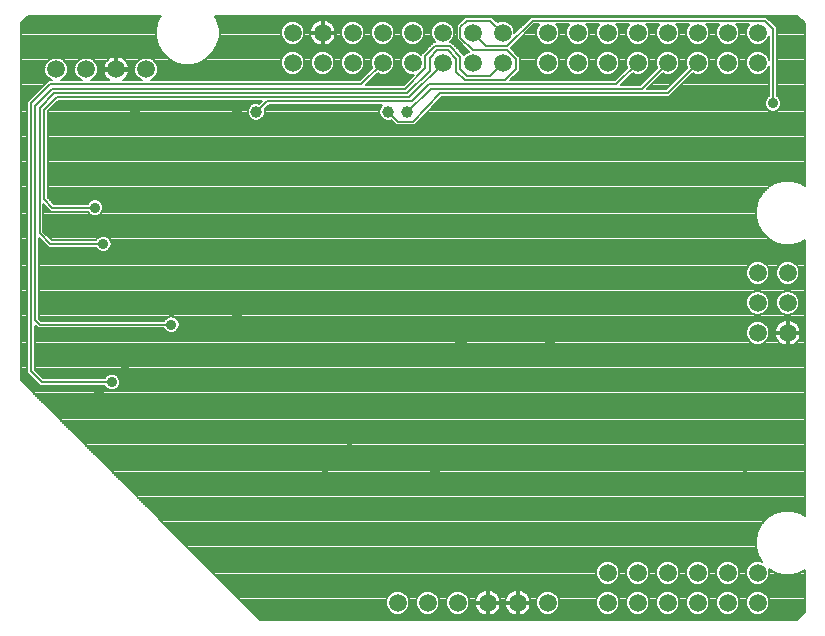
<source format=gbl>
G75*
%MOIN*%
%OFA0B0*%
%FSLAX24Y24*%
%IPPOS*%
%LPD*%
%AMOC8*
5,1,8,0,0,1.08239X$1,22.5*
%
%ADD10C,0.0594*%
%ADD11C,0.0357*%
%ADD12C,0.0071*%
%ADD13C,0.0142*%
%ADD14C,0.0396*%
D10*
X013500Y003300D03*
X014500Y003300D03*
X015500Y003300D03*
X016500Y003300D03*
X017500Y003300D03*
X018500Y003300D03*
X020500Y003300D03*
X021500Y003300D03*
X022500Y003300D03*
X022500Y004300D03*
X021500Y004300D03*
X020500Y004300D03*
X023500Y004300D03*
X024500Y004300D03*
X025500Y004300D03*
X025500Y003300D03*
X024500Y003300D03*
X023500Y003300D03*
X025500Y012300D03*
X025500Y013300D03*
X025500Y014300D03*
X026500Y014300D03*
X026500Y013300D03*
X026500Y012300D03*
X025500Y021300D03*
X024500Y021300D03*
X023500Y021300D03*
X023500Y022300D03*
X024500Y022300D03*
X025500Y022300D03*
X022500Y022300D03*
X021500Y022300D03*
X020500Y022300D03*
X020500Y021300D03*
X021500Y021300D03*
X022500Y021300D03*
X019500Y021300D03*
X018500Y021300D03*
X018500Y022300D03*
X019500Y022300D03*
X017000Y022300D03*
X017000Y021300D03*
X016000Y021300D03*
X015000Y021300D03*
X014000Y021300D03*
X014000Y022300D03*
X015000Y022300D03*
X016000Y022300D03*
X013000Y022300D03*
X012000Y022300D03*
X011000Y022300D03*
X011000Y021300D03*
X012000Y021300D03*
X013000Y021300D03*
X010000Y021300D03*
X010000Y022300D03*
X005118Y021080D03*
X004118Y021080D03*
X003118Y021080D03*
X002118Y021080D03*
D11*
X004752Y019733D03*
X002413Y018528D03*
X003406Y016473D03*
X003689Y015269D03*
X003689Y014772D03*
X001846Y014843D03*
X005957Y012576D03*
X004398Y011017D03*
X003972Y010662D03*
X003547Y010308D03*
X008154Y012859D03*
X007657Y015765D03*
X008154Y019662D03*
X015594Y012009D03*
X018571Y011938D03*
X018571Y016048D03*
X012547Y011583D03*
X012193Y008182D03*
X011059Y007544D03*
X014744Y007615D03*
X025091Y007828D03*
X026012Y017465D03*
X026012Y019946D03*
D12*
X025448Y005491D02*
X006167Y005491D01*
X006098Y005560D02*
X025467Y005560D01*
X025485Y005630D02*
X006029Y005630D01*
X005959Y005699D02*
X025504Y005699D01*
X025507Y005711D02*
X025435Y005440D01*
X025435Y005160D01*
X025507Y004889D01*
X025634Y004669D01*
X025578Y004692D01*
X025422Y004692D01*
X025278Y004633D01*
X025167Y004522D01*
X025108Y004378D01*
X025108Y004222D01*
X025167Y004078D01*
X025278Y003967D01*
X025422Y003908D01*
X025578Y003908D01*
X025722Y003967D01*
X025833Y004078D01*
X025892Y004222D01*
X025892Y004378D01*
X025869Y004434D01*
X026089Y004307D01*
X026360Y004235D01*
X026640Y004235D01*
X026911Y004307D01*
X027065Y004396D01*
X027065Y002980D01*
X026820Y002735D01*
X008923Y002735D01*
X000935Y010723D01*
X000935Y022620D01*
X001180Y022865D01*
X005596Y022865D01*
X005507Y022711D01*
X005435Y022440D01*
X005435Y022160D01*
X005507Y021889D01*
X005648Y021646D01*
X005846Y021448D01*
X006089Y021307D01*
X006360Y021235D01*
X006640Y021235D01*
X006911Y021307D01*
X007154Y021448D01*
X007352Y021646D01*
X007493Y021889D01*
X007565Y022160D01*
X007565Y022440D01*
X007493Y022711D01*
X007404Y022865D01*
X026820Y022865D01*
X027065Y022620D01*
X027065Y017204D01*
X026911Y017293D01*
X026640Y017365D01*
X026360Y017365D01*
X026089Y017293D01*
X025846Y017152D01*
X025648Y016954D01*
X025507Y016711D01*
X025435Y016440D01*
X025435Y016160D01*
X025507Y015889D01*
X025648Y015646D01*
X025846Y015448D01*
X026089Y015307D01*
X026360Y015235D01*
X026640Y015235D01*
X026911Y015307D01*
X027065Y015396D01*
X027065Y006204D01*
X026911Y006293D01*
X026640Y006365D01*
X026360Y006365D01*
X026089Y006293D01*
X025846Y006152D01*
X025648Y005954D01*
X025507Y005711D01*
X025540Y005768D02*
X005890Y005768D01*
X005821Y005838D02*
X025580Y005838D01*
X025620Y005907D02*
X005751Y005907D01*
X005682Y005976D02*
X025670Y005976D01*
X025739Y006046D02*
X005612Y006046D01*
X005543Y006115D02*
X025809Y006115D01*
X025901Y006185D02*
X005474Y006185D01*
X005404Y006254D02*
X026021Y006254D01*
X026203Y006323D02*
X005335Y006323D01*
X005266Y006393D02*
X027065Y006393D01*
X027065Y006462D02*
X005196Y006462D01*
X005127Y006531D02*
X027065Y006531D01*
X027065Y006601D02*
X005058Y006601D01*
X004988Y006670D02*
X027065Y006670D01*
X027065Y006739D02*
X004919Y006739D01*
X004849Y006809D02*
X027065Y006809D01*
X027065Y006878D02*
X004780Y006878D01*
X004711Y006948D02*
X027065Y006948D01*
X027065Y007017D02*
X004641Y007017D01*
X004572Y007086D02*
X027065Y007086D01*
X027065Y007156D02*
X004503Y007156D01*
X004433Y007225D02*
X027065Y007225D01*
X027065Y007294D02*
X004364Y007294D01*
X004295Y007364D02*
X027065Y007364D01*
X027065Y007433D02*
X004225Y007433D01*
X004156Y007502D02*
X027065Y007502D01*
X027065Y007572D02*
X004086Y007572D01*
X004017Y007641D02*
X027065Y007641D01*
X027065Y007711D02*
X003948Y007711D01*
X003878Y007780D02*
X027065Y007780D01*
X027065Y007849D02*
X003809Y007849D01*
X003740Y007919D02*
X027065Y007919D01*
X027065Y007988D02*
X003670Y007988D01*
X003601Y008057D02*
X027065Y008057D01*
X027065Y008127D02*
X003531Y008127D01*
X003462Y008196D02*
X027065Y008196D01*
X027065Y008266D02*
X003393Y008266D01*
X003323Y008335D02*
X027065Y008335D01*
X027065Y008404D02*
X003254Y008404D01*
X003185Y008474D02*
X027065Y008474D01*
X027065Y008543D02*
X003115Y008543D01*
X003046Y008612D02*
X027065Y008612D01*
X027065Y008682D02*
X002977Y008682D01*
X002907Y008751D02*
X027065Y008751D01*
X027065Y008820D02*
X002838Y008820D01*
X002768Y008890D02*
X027065Y008890D01*
X027065Y008959D02*
X002699Y008959D01*
X002630Y009029D02*
X027065Y009029D01*
X027065Y009098D02*
X002560Y009098D01*
X002491Y009167D02*
X027065Y009167D01*
X027065Y009237D02*
X002422Y009237D01*
X002352Y009306D02*
X027065Y009306D01*
X027065Y009375D02*
X002283Y009375D01*
X002214Y009445D02*
X027065Y009445D01*
X027065Y009514D02*
X002144Y009514D01*
X002075Y009583D02*
X027065Y009583D01*
X027065Y009653D02*
X002005Y009653D01*
X001936Y009722D02*
X027065Y009722D01*
X027065Y009792D02*
X001867Y009792D01*
X001797Y009861D02*
X027065Y009861D01*
X027065Y009930D02*
X001728Y009930D01*
X001659Y010000D02*
X027065Y010000D01*
X027065Y010069D02*
X001589Y010069D01*
X001520Y010138D02*
X027065Y010138D01*
X027065Y010208D02*
X001450Y010208D01*
X001381Y010277D02*
X027065Y010277D01*
X027065Y010347D02*
X001312Y010347D01*
X001242Y010416D02*
X003852Y010416D01*
X003817Y010430D02*
X003918Y010388D01*
X004027Y010388D01*
X004128Y010430D01*
X004205Y010507D01*
X004246Y010608D01*
X004246Y010717D01*
X004205Y010817D01*
X004128Y010894D01*
X004027Y010936D01*
X003918Y010936D01*
X003817Y010894D01*
X003740Y010817D01*
X003730Y010793D01*
X001688Y010793D01*
X001410Y011071D01*
X001410Y012543D01*
X001432Y012521D01*
X001509Y012445D01*
X005714Y012445D01*
X005725Y012420D01*
X005802Y012343D01*
X005902Y012302D01*
X006011Y012302D01*
X006112Y012343D01*
X006189Y012420D01*
X006231Y012521D01*
X006231Y012630D01*
X006189Y012731D01*
X006112Y012808D01*
X006011Y012849D01*
X005902Y012849D01*
X005802Y012808D01*
X005725Y012731D01*
X005714Y012706D01*
X001617Y012706D01*
X001552Y012772D01*
X001552Y015449D01*
X001786Y015214D01*
X001863Y015138D01*
X003447Y015138D01*
X003457Y015113D01*
X003534Y015036D01*
X003635Y014995D01*
X003743Y014995D01*
X003844Y015036D01*
X003921Y015113D01*
X003963Y015214D01*
X003963Y015323D01*
X003921Y015424D01*
X003844Y015501D01*
X003743Y015542D01*
X003635Y015542D01*
X003534Y015501D01*
X003457Y015424D01*
X003447Y015399D01*
X001972Y015399D01*
X001694Y015677D01*
X001694Y016582D01*
X001857Y016419D01*
X001934Y016342D01*
X003163Y016342D01*
X003173Y016318D01*
X003250Y016241D01*
X003351Y016199D01*
X003460Y016199D01*
X003561Y016241D01*
X003638Y016318D01*
X003679Y016419D01*
X003679Y016528D01*
X003638Y016628D01*
X003561Y016705D01*
X003460Y016747D01*
X003351Y016747D01*
X003250Y016705D01*
X003173Y016628D01*
X003163Y016604D01*
X002042Y016604D01*
X001836Y016811D01*
X001836Y019679D01*
X002184Y020027D01*
X008971Y020027D01*
X008885Y019941D01*
X008850Y019956D01*
X008733Y019956D01*
X008625Y019911D01*
X008542Y019828D01*
X008498Y019721D01*
X008498Y019604D01*
X008542Y019496D01*
X008625Y019413D01*
X008733Y019369D01*
X008850Y019369D01*
X008958Y019413D01*
X009040Y019496D01*
X009085Y019604D01*
X009085Y019721D01*
X009070Y019756D01*
X009200Y019886D01*
X012993Y019886D01*
X012936Y019828D01*
X012891Y019721D01*
X012891Y019604D01*
X012936Y019496D01*
X013019Y019413D01*
X013127Y019369D01*
X013243Y019369D01*
X013279Y019383D01*
X013450Y019212D01*
X013947Y019212D01*
X013948Y019211D01*
X014001Y019212D01*
X014054Y019212D01*
X014055Y019213D01*
X014057Y019213D01*
X014093Y019252D01*
X014131Y019289D01*
X014131Y019291D01*
X014977Y020169D01*
X022554Y020169D01*
X022631Y020246D01*
X023331Y020946D01*
X023422Y020908D01*
X023578Y020908D01*
X023722Y020967D01*
X023833Y021078D01*
X023892Y021222D01*
X023892Y021378D01*
X023833Y021522D01*
X023722Y021633D01*
X023578Y021692D01*
X023422Y021692D01*
X023278Y021633D01*
X023167Y021522D01*
X023108Y021378D01*
X023108Y021222D01*
X023146Y021131D01*
X022446Y020431D01*
X021816Y020431D01*
X022331Y020946D01*
X022422Y020908D01*
X022578Y020908D01*
X022722Y020967D01*
X022833Y021078D01*
X022892Y021222D01*
X022892Y021378D01*
X022833Y021522D01*
X022722Y021633D01*
X022578Y021692D01*
X022422Y021692D01*
X022278Y021633D01*
X022167Y021522D01*
X022108Y021378D01*
X022108Y021222D01*
X022146Y021131D01*
X021588Y020573D01*
X020958Y020573D01*
X021331Y020946D01*
X021422Y020908D01*
X021578Y020908D01*
X021722Y020967D01*
X021833Y021078D01*
X021892Y021222D01*
X021892Y021378D01*
X021833Y021522D01*
X021722Y021633D01*
X021578Y021692D01*
X021422Y021692D01*
X021278Y021633D01*
X021167Y021522D01*
X021108Y021378D01*
X021108Y021222D01*
X021146Y021131D01*
X020729Y020714D01*
X017257Y020714D01*
X017568Y021025D01*
X017568Y021488D01*
X017491Y021565D01*
X017268Y021788D01*
X018058Y022579D01*
X018224Y022579D01*
X018167Y022522D01*
X018108Y022378D01*
X018108Y022222D01*
X018167Y022078D01*
X018278Y021967D01*
X018422Y021908D01*
X018578Y021908D01*
X018722Y021967D01*
X018833Y022078D01*
X018892Y022222D01*
X018892Y022378D01*
X018833Y022522D01*
X018776Y022579D01*
X019224Y022579D01*
X019167Y022522D01*
X019108Y022378D01*
X019108Y022222D01*
X019167Y022078D01*
X019278Y021967D01*
X019422Y021908D01*
X019578Y021908D01*
X019722Y021967D01*
X019833Y022078D01*
X019892Y022222D01*
X019892Y022378D01*
X019833Y022522D01*
X019776Y022579D01*
X020224Y022579D01*
X020167Y022522D01*
X020108Y022378D01*
X020108Y022222D01*
X020167Y022078D01*
X020278Y021967D01*
X020422Y021908D01*
X020578Y021908D01*
X020722Y021967D01*
X020833Y022078D01*
X020892Y022222D01*
X020892Y022378D01*
X020833Y022522D01*
X020776Y022579D01*
X021224Y022579D01*
X021167Y022522D01*
X021108Y022378D01*
X021108Y022222D01*
X021167Y022078D01*
X021278Y021967D01*
X021422Y021908D01*
X021578Y021908D01*
X021722Y021967D01*
X021833Y022078D01*
X021892Y022222D01*
X021892Y022378D01*
X021833Y022522D01*
X021776Y022579D01*
X022224Y022579D01*
X022167Y022522D01*
X022108Y022378D01*
X022108Y022222D01*
X022167Y022078D01*
X022278Y021967D01*
X022422Y021908D01*
X022578Y021908D01*
X022722Y021967D01*
X022833Y022078D01*
X022892Y022222D01*
X022892Y022378D01*
X022833Y022522D01*
X022776Y022579D01*
X023224Y022579D01*
X023167Y022522D01*
X023108Y022378D01*
X023108Y022222D01*
X023167Y022078D01*
X023278Y021967D01*
X023422Y021908D01*
X023578Y021908D01*
X023722Y021967D01*
X023833Y022078D01*
X023892Y022222D01*
X023892Y022378D01*
X023833Y022522D01*
X023776Y022579D01*
X024224Y022579D01*
X024167Y022522D01*
X024108Y022378D01*
X024108Y022222D01*
X024167Y022078D01*
X024278Y021967D01*
X024422Y021908D01*
X024578Y021908D01*
X024722Y021967D01*
X024833Y022078D01*
X024892Y022222D01*
X024892Y022378D01*
X024833Y022522D01*
X024776Y022579D01*
X025224Y022579D01*
X025167Y022522D01*
X025108Y022378D01*
X025108Y022222D01*
X025167Y022078D01*
X025278Y021967D01*
X025422Y021908D01*
X025578Y021908D01*
X025722Y021967D01*
X025833Y022078D01*
X025881Y022195D01*
X025881Y021405D01*
X025833Y021522D01*
X025722Y021633D01*
X025578Y021692D01*
X025422Y021692D01*
X025278Y021633D01*
X025167Y021522D01*
X025108Y021378D01*
X025108Y021222D01*
X025167Y021078D01*
X025278Y020967D01*
X025422Y020908D01*
X025578Y020908D01*
X025722Y020967D01*
X025833Y021078D01*
X025881Y021195D01*
X025881Y020188D01*
X025857Y020178D01*
X025780Y020101D01*
X025738Y020000D01*
X025738Y019891D01*
X025780Y019791D01*
X025857Y019714D01*
X025957Y019672D01*
X026066Y019672D01*
X026167Y019714D01*
X026244Y019791D01*
X026286Y019891D01*
X026286Y020000D01*
X026244Y020101D01*
X026167Y020178D01*
X026143Y020188D01*
X026143Y022480D01*
X026066Y022557D01*
X025783Y022840D01*
X017950Y022840D01*
X017873Y022764D01*
X017392Y022283D01*
X017392Y022378D01*
X017333Y022522D01*
X017222Y022633D01*
X017078Y022692D01*
X016922Y022692D01*
X016831Y022654D01*
X016721Y022764D01*
X016645Y022840D01*
X015753Y022840D01*
X015540Y022628D01*
X015464Y022551D01*
X015464Y022088D01*
X015878Y021674D01*
X015778Y021633D01*
X015715Y021570D01*
X015371Y021913D01*
X015294Y021990D01*
X015245Y021990D01*
X015333Y022078D01*
X015392Y022222D01*
X015392Y022378D01*
X015333Y022522D01*
X015222Y022633D01*
X015078Y022692D01*
X014922Y022692D01*
X014778Y022633D01*
X014667Y022522D01*
X014608Y022378D01*
X014608Y022222D01*
X014667Y022078D01*
X014755Y021990D01*
X014690Y021990D01*
X014371Y021671D01*
X014294Y021594D01*
X014294Y021560D01*
X014222Y021633D01*
X014078Y021692D01*
X013922Y021692D01*
X013778Y021633D01*
X013667Y021522D01*
X013608Y021378D01*
X013608Y021222D01*
X013667Y021078D01*
X013778Y020967D01*
X013922Y020908D01*
X014033Y020908D01*
X013698Y020573D01*
X012458Y020573D01*
X012831Y020946D01*
X012922Y020908D01*
X013078Y020908D01*
X013222Y020967D01*
X013333Y021078D01*
X013392Y021222D01*
X013392Y021378D01*
X013333Y021522D01*
X013222Y021633D01*
X013078Y021692D01*
X012922Y021692D01*
X012778Y021633D01*
X012667Y021522D01*
X012608Y021378D01*
X012608Y021222D01*
X012646Y021131D01*
X012229Y020714D01*
X005262Y020714D01*
X005340Y020747D01*
X005451Y020857D01*
X005510Y021001D01*
X005510Y021158D01*
X005451Y021302D01*
X005340Y021412D01*
X005196Y021472D01*
X005040Y021472D01*
X004896Y021412D01*
X004786Y021302D01*
X004726Y021158D01*
X004726Y021001D01*
X004786Y020857D01*
X004896Y020747D01*
X004975Y020714D01*
X004351Y020714D01*
X004400Y020750D01*
X004448Y020798D01*
X004488Y020853D01*
X004519Y020914D01*
X004540Y020978D01*
X004550Y021044D01*
X004154Y021044D01*
X004154Y021115D01*
X004550Y021115D01*
X004540Y021181D01*
X004519Y021245D01*
X004488Y021306D01*
X004448Y021361D01*
X004400Y021409D01*
X004345Y021449D01*
X004284Y021480D01*
X004219Y021501D01*
X004154Y021512D01*
X004154Y021115D01*
X004083Y021115D01*
X004083Y021512D01*
X004017Y021501D01*
X003952Y021480D01*
X003892Y021449D01*
X003836Y021409D01*
X003788Y021361D01*
X003748Y021306D01*
X003717Y021245D01*
X003696Y021181D01*
X003686Y021115D01*
X004083Y021115D01*
X004083Y021044D01*
X003686Y021044D01*
X003696Y020978D01*
X003717Y020914D01*
X003748Y020853D01*
X003788Y020798D01*
X003836Y020750D01*
X003885Y020714D01*
X003262Y020714D01*
X003340Y020747D01*
X003451Y020857D01*
X003510Y021001D01*
X003510Y021158D01*
X003451Y021302D01*
X003340Y021412D01*
X003196Y021472D01*
X003040Y021472D01*
X002896Y021412D01*
X002786Y021302D01*
X002726Y021158D01*
X002726Y021001D01*
X002786Y020857D01*
X002896Y020747D01*
X002975Y020714D01*
X002262Y020714D01*
X002340Y020747D01*
X002451Y020857D01*
X002510Y021001D01*
X002510Y021158D01*
X002451Y021302D01*
X002340Y021412D01*
X002196Y021472D01*
X002040Y021472D01*
X001896Y021412D01*
X001786Y021302D01*
X001726Y021158D01*
X001726Y021001D01*
X001786Y020857D01*
X001896Y020747D01*
X001975Y020714D01*
X001863Y020714D01*
X001225Y020077D01*
X001149Y020000D01*
X001149Y010962D01*
X001503Y010608D01*
X001580Y010531D01*
X003730Y010531D01*
X003740Y010507D01*
X003817Y010430D01*
X003762Y010485D02*
X001173Y010485D01*
X001104Y010555D02*
X001556Y010555D01*
X001487Y010624D02*
X001034Y010624D01*
X000965Y010693D02*
X001418Y010693D01*
X001348Y010763D02*
X000935Y010763D01*
X000935Y010832D02*
X001279Y010832D01*
X001210Y010901D02*
X000935Y010901D01*
X000935Y010971D02*
X001149Y010971D01*
X001149Y011040D02*
X000935Y011040D01*
X000935Y011110D02*
X001149Y011110D01*
X001149Y011179D02*
X000935Y011179D01*
X000935Y011248D02*
X001149Y011248D01*
X001149Y011318D02*
X000935Y011318D01*
X000935Y011387D02*
X001149Y011387D01*
X001149Y011456D02*
X000935Y011456D01*
X000935Y011526D02*
X001149Y011526D01*
X001149Y011595D02*
X000935Y011595D01*
X000935Y011664D02*
X001149Y011664D01*
X001149Y011734D02*
X000935Y011734D01*
X000935Y011803D02*
X001149Y011803D01*
X001149Y011873D02*
X000935Y011873D01*
X000935Y011942D02*
X001149Y011942D01*
X001149Y012011D02*
X000935Y012011D01*
X000935Y012081D02*
X001149Y012081D01*
X001149Y012150D02*
X000935Y012150D01*
X000935Y012219D02*
X001149Y012219D01*
X001149Y012289D02*
X000935Y012289D01*
X000935Y012358D02*
X001149Y012358D01*
X001149Y012427D02*
X000935Y012427D01*
X000935Y012497D02*
X001149Y012497D01*
X001149Y012566D02*
X000935Y012566D01*
X000935Y012636D02*
X001149Y012636D01*
X001149Y012705D02*
X000935Y012705D01*
X000935Y012774D02*
X001149Y012774D01*
X001149Y012844D02*
X000935Y012844D01*
X000935Y012913D02*
X001149Y012913D01*
X001149Y012982D02*
X000935Y012982D01*
X000935Y013052D02*
X001149Y013052D01*
X001149Y013121D02*
X000935Y013121D01*
X000935Y013191D02*
X001149Y013191D01*
X001149Y013260D02*
X000935Y013260D01*
X000935Y013329D02*
X001149Y013329D01*
X001149Y013399D02*
X000935Y013399D01*
X000935Y013468D02*
X001149Y013468D01*
X001149Y013537D02*
X000935Y013537D01*
X000935Y013607D02*
X001149Y013607D01*
X001149Y013676D02*
X000935Y013676D01*
X000935Y013745D02*
X001149Y013745D01*
X001149Y013815D02*
X000935Y013815D01*
X000935Y013884D02*
X001149Y013884D01*
X001149Y013954D02*
X000935Y013954D01*
X000935Y014023D02*
X001149Y014023D01*
X001149Y014092D02*
X000935Y014092D01*
X000935Y014162D02*
X001149Y014162D01*
X001149Y014231D02*
X000935Y014231D01*
X000935Y014300D02*
X001149Y014300D01*
X001149Y014370D02*
X000935Y014370D01*
X000935Y014439D02*
X001149Y014439D01*
X001149Y014508D02*
X000935Y014508D01*
X000935Y014578D02*
X001149Y014578D01*
X001149Y014647D02*
X000935Y014647D01*
X000935Y014717D02*
X001149Y014717D01*
X001149Y014786D02*
X000935Y014786D01*
X000935Y014855D02*
X001149Y014855D01*
X001149Y014925D02*
X000935Y014925D01*
X000935Y014994D02*
X001149Y014994D01*
X001149Y015063D02*
X000935Y015063D01*
X000935Y015133D02*
X001149Y015133D01*
X001149Y015202D02*
X000935Y015202D01*
X000935Y015272D02*
X001149Y015272D01*
X001149Y015341D02*
X000935Y015341D01*
X000935Y015410D02*
X001149Y015410D01*
X001149Y015480D02*
X000935Y015480D01*
X000935Y015549D02*
X001149Y015549D01*
X001149Y015618D02*
X000935Y015618D01*
X000935Y015688D02*
X001149Y015688D01*
X001149Y015757D02*
X000935Y015757D01*
X000935Y015826D02*
X001149Y015826D01*
X001149Y015896D02*
X000935Y015896D01*
X000935Y015965D02*
X001149Y015965D01*
X001149Y016035D02*
X000935Y016035D01*
X000935Y016104D02*
X001149Y016104D01*
X001149Y016173D02*
X000935Y016173D01*
X000935Y016243D02*
X001149Y016243D01*
X001149Y016312D02*
X000935Y016312D01*
X000935Y016381D02*
X001149Y016381D01*
X001149Y016451D02*
X000935Y016451D01*
X000935Y016520D02*
X001149Y016520D01*
X001149Y016589D02*
X000935Y016589D01*
X000935Y016659D02*
X001149Y016659D01*
X001149Y016728D02*
X000935Y016728D01*
X000935Y016798D02*
X001149Y016798D01*
X001149Y016867D02*
X000935Y016867D01*
X000935Y016936D02*
X001149Y016936D01*
X001149Y017006D02*
X000935Y017006D01*
X000935Y017075D02*
X001149Y017075D01*
X001149Y017144D02*
X000935Y017144D01*
X000935Y017214D02*
X001149Y017214D01*
X001149Y017283D02*
X000935Y017283D01*
X000935Y017353D02*
X001149Y017353D01*
X001149Y017422D02*
X000935Y017422D01*
X000935Y017491D02*
X001149Y017491D01*
X001149Y017561D02*
X000935Y017561D01*
X000935Y017630D02*
X001149Y017630D01*
X001149Y017699D02*
X000935Y017699D01*
X000935Y017769D02*
X001149Y017769D01*
X001149Y017838D02*
X000935Y017838D01*
X000935Y017907D02*
X001149Y017907D01*
X001149Y017977D02*
X000935Y017977D01*
X000935Y018046D02*
X001149Y018046D01*
X001149Y018116D02*
X000935Y018116D01*
X000935Y018185D02*
X001149Y018185D01*
X001149Y018254D02*
X000935Y018254D01*
X000935Y018324D02*
X001149Y018324D01*
X001149Y018393D02*
X000935Y018393D01*
X000935Y018462D02*
X001149Y018462D01*
X001149Y018532D02*
X000935Y018532D01*
X000935Y018601D02*
X001149Y018601D01*
X001149Y018670D02*
X000935Y018670D01*
X000935Y018740D02*
X001149Y018740D01*
X001149Y018809D02*
X000935Y018809D01*
X000935Y018879D02*
X001149Y018879D01*
X001149Y018948D02*
X000935Y018948D01*
X000935Y019017D02*
X001149Y019017D01*
X001149Y019087D02*
X000935Y019087D01*
X000935Y019156D02*
X001149Y019156D01*
X001149Y019225D02*
X000935Y019225D01*
X000935Y019295D02*
X001149Y019295D01*
X001149Y019364D02*
X000935Y019364D01*
X000935Y019433D02*
X001149Y019433D01*
X001149Y019503D02*
X000935Y019503D01*
X000935Y019572D02*
X001149Y019572D01*
X001149Y019642D02*
X000935Y019642D01*
X000935Y019711D02*
X001149Y019711D01*
X001149Y019780D02*
X000935Y019780D01*
X000935Y019850D02*
X001149Y019850D01*
X001149Y019919D02*
X000935Y019919D01*
X000935Y019988D02*
X001149Y019988D01*
X001207Y020058D02*
X000935Y020058D01*
X000935Y020127D02*
X001276Y020127D01*
X001345Y020197D02*
X000935Y020197D01*
X000935Y020266D02*
X001415Y020266D01*
X001484Y020335D02*
X000935Y020335D01*
X000935Y020405D02*
X001553Y020405D01*
X001623Y020474D02*
X000935Y020474D01*
X000935Y020543D02*
X001692Y020543D01*
X001762Y020613D02*
X000935Y020613D01*
X000935Y020682D02*
X001831Y020682D01*
X001891Y020751D02*
X000935Y020751D01*
X000935Y020821D02*
X001822Y020821D01*
X001772Y020890D02*
X000935Y020890D01*
X000935Y020960D02*
X001743Y020960D01*
X001726Y021029D02*
X000935Y021029D01*
X000935Y021098D02*
X001726Y021098D01*
X001730Y021168D02*
X000935Y021168D01*
X000935Y021237D02*
X001759Y021237D01*
X001790Y021306D02*
X000935Y021306D01*
X000935Y021376D02*
X001860Y021376D01*
X001976Y021445D02*
X000935Y021445D01*
X000935Y021514D02*
X005779Y021514D01*
X005710Y021584D02*
X000935Y021584D01*
X000935Y021653D02*
X005643Y021653D01*
X005603Y021723D02*
X000935Y021723D01*
X000935Y021792D02*
X005563Y021792D01*
X005523Y021861D02*
X000935Y021861D01*
X000935Y021931D02*
X005496Y021931D01*
X005477Y022000D02*
X000935Y022000D01*
X000935Y022069D02*
X005459Y022069D01*
X005440Y022139D02*
X000935Y022139D01*
X000935Y022208D02*
X005435Y022208D01*
X005435Y022278D02*
X000935Y022278D01*
X000935Y022347D02*
X005435Y022347D01*
X005435Y022416D02*
X000935Y022416D01*
X000935Y022486D02*
X005447Y022486D01*
X005465Y022555D02*
X000935Y022555D01*
X000940Y022624D02*
X005484Y022624D01*
X005503Y022694D02*
X001010Y022694D01*
X001079Y022763D02*
X005537Y022763D01*
X005577Y022832D02*
X001148Y022832D01*
X002261Y021445D02*
X002976Y021445D01*
X002860Y021376D02*
X002377Y021376D01*
X002446Y021306D02*
X002790Y021306D01*
X002759Y021237D02*
X002477Y021237D01*
X002506Y021168D02*
X002730Y021168D01*
X002726Y021098D02*
X002510Y021098D01*
X002510Y021029D02*
X002726Y021029D01*
X002743Y020960D02*
X002493Y020960D01*
X002464Y020890D02*
X002772Y020890D01*
X002822Y020821D02*
X002414Y020821D01*
X002345Y020751D02*
X002891Y020751D01*
X003345Y020751D02*
X003835Y020751D01*
X003772Y020821D02*
X003414Y020821D01*
X003464Y020890D02*
X003729Y020890D01*
X003703Y020960D02*
X003493Y020960D01*
X003510Y021029D02*
X003688Y021029D01*
X003694Y021168D02*
X003506Y021168D01*
X003510Y021098D02*
X004083Y021098D01*
X004083Y021168D02*
X004154Y021168D01*
X004154Y021237D02*
X004083Y021237D01*
X004083Y021306D02*
X004154Y021306D01*
X004154Y021376D02*
X004083Y021376D01*
X004083Y021445D02*
X004154Y021445D01*
X004350Y021445D02*
X004976Y021445D01*
X004860Y021376D02*
X004433Y021376D01*
X004488Y021306D02*
X004790Y021306D01*
X004759Y021237D02*
X004521Y021237D01*
X004542Y021168D02*
X004730Y021168D01*
X004726Y021098D02*
X004154Y021098D01*
X004401Y020751D02*
X004891Y020751D01*
X004822Y020821D02*
X004464Y020821D01*
X004507Y020890D02*
X004772Y020890D01*
X004743Y020960D02*
X004534Y020960D01*
X004548Y021029D02*
X004726Y021029D01*
X005261Y021445D02*
X005850Y021445D01*
X005970Y021376D02*
X005377Y021376D01*
X005446Y021306D02*
X006092Y021306D01*
X006351Y021237D02*
X005477Y021237D01*
X005506Y021168D02*
X009630Y021168D01*
X009608Y021222D02*
X009667Y021078D01*
X009778Y020967D01*
X009922Y020908D01*
X010078Y020908D01*
X010222Y020967D01*
X010333Y021078D01*
X010392Y021222D01*
X010392Y021378D01*
X010333Y021522D01*
X010222Y021633D01*
X010078Y021692D01*
X009922Y021692D01*
X009778Y021633D01*
X009667Y021522D01*
X009608Y021378D01*
X009608Y021222D01*
X009608Y021237D02*
X006649Y021237D01*
X006908Y021306D02*
X009608Y021306D01*
X009608Y021376D02*
X007030Y021376D01*
X007150Y021445D02*
X009636Y021445D01*
X009664Y021514D02*
X007221Y021514D01*
X007290Y021584D02*
X009729Y021584D01*
X009828Y021653D02*
X007357Y021653D01*
X007397Y021723D02*
X014423Y021723D01*
X014492Y021792D02*
X007437Y021792D01*
X007477Y021861D02*
X014561Y021861D01*
X014631Y021931D02*
X014133Y021931D01*
X014078Y021908D02*
X014222Y021967D01*
X014333Y022078D01*
X014392Y022222D01*
X014392Y022378D01*
X014333Y022522D01*
X014222Y022633D01*
X014078Y022692D01*
X013922Y022692D01*
X013778Y022633D01*
X013667Y022522D01*
X013608Y022378D01*
X013608Y022222D01*
X013667Y022078D01*
X013778Y021967D01*
X013922Y021908D01*
X014078Y021908D01*
X014255Y022000D02*
X014745Y022000D01*
X014676Y022069D02*
X014324Y022069D01*
X014358Y022139D02*
X014642Y022139D01*
X014613Y022208D02*
X014387Y022208D01*
X014392Y022278D02*
X014608Y022278D01*
X014608Y022347D02*
X014392Y022347D01*
X014376Y022416D02*
X014624Y022416D01*
X014652Y022486D02*
X014348Y022486D01*
X014300Y022555D02*
X014700Y022555D01*
X014770Y022624D02*
X014230Y022624D01*
X013770Y022624D02*
X013230Y022624D01*
X013222Y022633D02*
X013078Y022692D01*
X012922Y022692D01*
X012778Y022633D01*
X012667Y022522D01*
X012608Y022378D01*
X012608Y022222D01*
X012667Y022078D01*
X012778Y021967D01*
X012922Y021908D01*
X013078Y021908D01*
X013222Y021967D01*
X013333Y022078D01*
X013392Y022222D01*
X013392Y022378D01*
X013333Y022522D01*
X013222Y022633D01*
X013300Y022555D02*
X013700Y022555D01*
X013652Y022486D02*
X013348Y022486D01*
X013376Y022416D02*
X013624Y022416D01*
X013608Y022347D02*
X013392Y022347D01*
X013392Y022278D02*
X013608Y022278D01*
X013613Y022208D02*
X013387Y022208D01*
X013358Y022139D02*
X013642Y022139D01*
X013676Y022069D02*
X013324Y022069D01*
X013255Y022000D02*
X013745Y022000D01*
X013867Y021931D02*
X013133Y021931D01*
X012867Y021931D02*
X012133Y021931D01*
X012078Y021908D02*
X012222Y021967D01*
X012333Y022078D01*
X012392Y022222D01*
X012392Y022378D01*
X012333Y022522D01*
X012222Y022633D01*
X012078Y022692D01*
X011922Y022692D01*
X011778Y022633D01*
X011667Y022522D01*
X011608Y022378D01*
X011608Y022222D01*
X011667Y022078D01*
X011778Y021967D01*
X011922Y021908D01*
X012078Y021908D01*
X012255Y022000D02*
X012745Y022000D01*
X012676Y022069D02*
X012324Y022069D01*
X012358Y022139D02*
X012642Y022139D01*
X012613Y022208D02*
X012387Y022208D01*
X012392Y022278D02*
X012608Y022278D01*
X012608Y022347D02*
X012392Y022347D01*
X012376Y022416D02*
X012624Y022416D01*
X012652Y022486D02*
X012348Y022486D01*
X012300Y022555D02*
X012700Y022555D01*
X012770Y022624D02*
X012230Y022624D01*
X011770Y022624D02*
X011287Y022624D01*
X011282Y022630D02*
X011227Y022670D01*
X011166Y022701D01*
X011101Y022722D01*
X011035Y022732D01*
X011035Y022335D01*
X011432Y022335D01*
X011422Y022401D01*
X011401Y022466D01*
X011370Y022527D01*
X011330Y022582D01*
X011282Y022630D01*
X011349Y022555D02*
X011700Y022555D01*
X011652Y022486D02*
X011391Y022486D01*
X011417Y022416D02*
X011624Y022416D01*
X011608Y022347D02*
X011430Y022347D01*
X011432Y022265D02*
X011035Y022265D01*
X011035Y021868D01*
X011101Y021878D01*
X011166Y021899D01*
X011227Y021930D01*
X011282Y021970D01*
X011330Y022018D01*
X011370Y022073D01*
X011401Y022134D01*
X011422Y022199D01*
X011432Y022265D01*
X011423Y022208D02*
X011613Y022208D01*
X011608Y022278D02*
X011035Y022278D01*
X011035Y022265D02*
X011035Y022335D01*
X010965Y022335D01*
X010965Y022265D01*
X011035Y022265D01*
X011035Y022208D02*
X010965Y022208D01*
X010965Y022265D02*
X010965Y021868D01*
X010899Y021878D01*
X010834Y021899D01*
X010773Y021930D01*
X010718Y021970D01*
X010670Y022018D01*
X010630Y022073D01*
X010599Y022134D01*
X010578Y022199D01*
X010568Y022265D01*
X010965Y022265D01*
X010965Y022278D02*
X010392Y022278D01*
X010392Y022222D02*
X010333Y022078D01*
X010222Y021967D01*
X010078Y021908D01*
X009922Y021908D01*
X009778Y021967D01*
X009667Y022078D01*
X009608Y022222D01*
X009608Y022378D01*
X009667Y022522D01*
X009778Y022633D01*
X009922Y022692D01*
X010078Y022692D01*
X010222Y022633D01*
X010333Y022522D01*
X010392Y022378D01*
X010392Y022222D01*
X010387Y022208D02*
X010577Y022208D01*
X010598Y022139D02*
X010358Y022139D01*
X010324Y022069D02*
X010633Y022069D01*
X010689Y022000D02*
X010255Y022000D01*
X010133Y021931D02*
X010773Y021931D01*
X010965Y021931D02*
X011035Y021931D01*
X011035Y022000D02*
X010965Y022000D01*
X010965Y022069D02*
X011035Y022069D01*
X011035Y022139D02*
X010965Y022139D01*
X010965Y022335D02*
X010568Y022335D01*
X010578Y022401D01*
X010599Y022466D01*
X010630Y022527D01*
X010670Y022582D01*
X010718Y022630D01*
X010773Y022670D01*
X010834Y022701D01*
X010899Y022722D01*
X010965Y022732D01*
X010965Y022335D01*
X010965Y022347D02*
X011035Y022347D01*
X011035Y022416D02*
X010965Y022416D01*
X010965Y022486D02*
X011035Y022486D01*
X011035Y022555D02*
X010965Y022555D01*
X010965Y022624D02*
X011035Y022624D01*
X011035Y022694D02*
X010965Y022694D01*
X010821Y022694D02*
X007497Y022694D01*
X007516Y022624D02*
X009770Y022624D01*
X009700Y022555D02*
X007535Y022555D01*
X007553Y022486D02*
X009652Y022486D01*
X009624Y022416D02*
X007565Y022416D01*
X007565Y022347D02*
X009608Y022347D01*
X009608Y022278D02*
X007565Y022278D01*
X007565Y022208D02*
X009613Y022208D01*
X009642Y022139D02*
X007560Y022139D01*
X007541Y022069D02*
X009676Y022069D01*
X009745Y022000D02*
X007523Y022000D01*
X007504Y021931D02*
X009867Y021931D01*
X010392Y022347D02*
X010570Y022347D01*
X010583Y022416D02*
X010376Y022416D01*
X010348Y022486D02*
X010609Y022486D01*
X010651Y022555D02*
X010300Y022555D01*
X010230Y022624D02*
X010713Y022624D01*
X011179Y022694D02*
X015606Y022694D01*
X015537Y022624D02*
X015230Y022624D01*
X015300Y022555D02*
X015468Y022555D01*
X015464Y022486D02*
X015348Y022486D01*
X015376Y022416D02*
X015464Y022416D01*
X015464Y022347D02*
X015392Y022347D01*
X015392Y022278D02*
X015464Y022278D01*
X015464Y022208D02*
X015387Y022208D01*
X015358Y022139D02*
X015464Y022139D01*
X015483Y022069D02*
X015324Y022069D01*
X015255Y022000D02*
X015552Y022000D01*
X015621Y021931D02*
X015354Y021931D01*
X015423Y021861D02*
X015691Y021861D01*
X015760Y021792D02*
X015492Y021792D01*
X015562Y021723D02*
X015829Y021723D01*
X015828Y021653D02*
X015631Y021653D01*
X015700Y021584D02*
X015729Y021584D01*
X015594Y021505D02*
X015240Y021859D01*
X014744Y021859D01*
X014425Y021540D01*
X014425Y021115D01*
X013752Y020442D01*
X001988Y020442D01*
X001421Y019875D01*
X001421Y012717D01*
X001563Y012576D01*
X005957Y012576D01*
X006145Y012774D02*
X027065Y012774D01*
X027065Y012705D02*
X026653Y012705D01*
X026666Y012701D02*
X026601Y012722D01*
X026535Y012732D01*
X026535Y012335D01*
X026932Y012335D01*
X026922Y012401D01*
X026901Y012466D01*
X026870Y012527D01*
X026830Y012582D01*
X026782Y012630D01*
X026727Y012670D01*
X026666Y012701D01*
X026774Y012636D02*
X027065Y012636D01*
X027065Y012566D02*
X026841Y012566D01*
X026885Y012497D02*
X027065Y012497D01*
X027065Y012427D02*
X026913Y012427D01*
X026928Y012358D02*
X027065Y012358D01*
X027065Y012289D02*
X026535Y012289D01*
X026535Y012265D02*
X026535Y012335D01*
X026465Y012335D01*
X026465Y012265D01*
X026535Y012265D01*
X026535Y011868D01*
X026601Y011878D01*
X026666Y011899D01*
X026727Y011930D01*
X026782Y011970D01*
X026830Y012018D01*
X026870Y012073D01*
X026901Y012134D01*
X026922Y012199D01*
X026932Y012265D01*
X026535Y012265D01*
X026535Y012219D02*
X026465Y012219D01*
X026465Y012265D02*
X026465Y011868D01*
X026399Y011878D01*
X026334Y011899D01*
X026273Y011930D01*
X026218Y011970D01*
X026170Y012018D01*
X026130Y012073D01*
X026099Y012134D01*
X026078Y012199D01*
X026068Y012265D01*
X026465Y012265D01*
X026465Y012289D02*
X025892Y012289D01*
X025892Y012222D02*
X025833Y012078D01*
X025722Y011967D01*
X025578Y011908D01*
X025422Y011908D01*
X025278Y011967D01*
X025167Y012078D01*
X025108Y012222D01*
X025108Y012378D01*
X025167Y012522D01*
X025278Y012633D01*
X025422Y012692D01*
X025578Y012692D01*
X025722Y012633D01*
X025833Y012522D01*
X025892Y012378D01*
X025892Y012222D01*
X025891Y012219D02*
X026075Y012219D01*
X026094Y012150D02*
X025862Y012150D01*
X025834Y012081D02*
X026127Y012081D01*
X026177Y012011D02*
X025766Y012011D01*
X025661Y011942D02*
X026257Y011942D01*
X026435Y011873D02*
X001410Y011873D01*
X001410Y011942D02*
X025339Y011942D01*
X025234Y012011D02*
X001410Y012011D01*
X001410Y012081D02*
X025166Y012081D01*
X025138Y012150D02*
X001410Y012150D01*
X001410Y012219D02*
X025109Y012219D01*
X025108Y012289D02*
X001410Y012289D01*
X001410Y012358D02*
X005787Y012358D01*
X005722Y012427D02*
X001410Y012427D01*
X001410Y012497D02*
X001457Y012497D01*
X001552Y012774D02*
X005768Y012774D01*
X005888Y012844D02*
X001552Y012844D01*
X001552Y012913D02*
X025409Y012913D01*
X025422Y012908D02*
X025578Y012908D01*
X025722Y012967D01*
X025833Y013078D01*
X025892Y013222D01*
X025892Y013378D01*
X025833Y013522D01*
X025722Y013633D01*
X025578Y013692D01*
X025422Y013692D01*
X025278Y013633D01*
X025167Y013522D01*
X025108Y013378D01*
X025108Y013222D01*
X025167Y013078D01*
X025278Y012967D01*
X025422Y012908D01*
X025591Y012913D02*
X026409Y012913D01*
X026422Y012908D02*
X026578Y012908D01*
X026722Y012967D01*
X026833Y013078D01*
X026892Y013222D01*
X026892Y013378D01*
X026833Y013522D01*
X026722Y013633D01*
X026578Y013692D01*
X026422Y013692D01*
X026278Y013633D01*
X026167Y013522D01*
X026108Y013378D01*
X026108Y013222D01*
X026167Y013078D01*
X026278Y012967D01*
X026422Y012908D01*
X026591Y012913D02*
X027065Y012913D01*
X027065Y012844D02*
X006025Y012844D01*
X006200Y012705D02*
X026347Y012705D01*
X026334Y012701D02*
X026273Y012670D01*
X026218Y012630D01*
X026170Y012582D01*
X026130Y012527D01*
X026099Y012466D01*
X026078Y012401D01*
X026068Y012335D01*
X026465Y012335D01*
X026465Y012732D01*
X026399Y012722D01*
X026334Y012701D01*
X026226Y012636D02*
X025715Y012636D01*
X025789Y012566D02*
X026159Y012566D01*
X026115Y012497D02*
X025843Y012497D01*
X025872Y012427D02*
X026087Y012427D01*
X026072Y012358D02*
X025892Y012358D01*
X026465Y012358D02*
X026535Y012358D01*
X026535Y012427D02*
X026465Y012427D01*
X026465Y012497D02*
X026535Y012497D01*
X026535Y012566D02*
X026465Y012566D01*
X026465Y012636D02*
X026535Y012636D01*
X026535Y012705D02*
X026465Y012705D01*
X026263Y012982D02*
X025737Y012982D01*
X025807Y013052D02*
X026193Y013052D01*
X026149Y013121D02*
X025851Y013121D01*
X025879Y013191D02*
X026121Y013191D01*
X026108Y013260D02*
X025892Y013260D01*
X025892Y013329D02*
X026108Y013329D01*
X026116Y013399D02*
X025884Y013399D01*
X025855Y013468D02*
X026145Y013468D01*
X026183Y013537D02*
X025817Y013537D01*
X025748Y013607D02*
X026252Y013607D01*
X026383Y013676D02*
X025617Y013676D01*
X025383Y013676D02*
X001552Y013676D01*
X001552Y013607D02*
X025252Y013607D01*
X025183Y013537D02*
X001552Y013537D01*
X001552Y013468D02*
X025145Y013468D01*
X025116Y013399D02*
X001552Y013399D01*
X001552Y013329D02*
X025108Y013329D01*
X025108Y013260D02*
X001552Y013260D01*
X001552Y013191D02*
X025121Y013191D01*
X025149Y013121D02*
X001552Y013121D01*
X001552Y013052D02*
X025193Y013052D01*
X025263Y012982D02*
X001552Y012982D01*
X001552Y013745D02*
X027065Y013745D01*
X027065Y013676D02*
X026617Y013676D01*
X026748Y013607D02*
X027065Y013607D01*
X027065Y013537D02*
X026817Y013537D01*
X026855Y013468D02*
X027065Y013468D01*
X027065Y013399D02*
X026884Y013399D01*
X026892Y013329D02*
X027065Y013329D01*
X027065Y013260D02*
X026892Y013260D01*
X026879Y013191D02*
X027065Y013191D01*
X027065Y013121D02*
X026851Y013121D01*
X026807Y013052D02*
X027065Y013052D01*
X027065Y012982D02*
X026737Y012982D01*
X026925Y012219D02*
X027065Y012219D01*
X027065Y012150D02*
X026906Y012150D01*
X026873Y012081D02*
X027065Y012081D01*
X027065Y012011D02*
X026823Y012011D01*
X026743Y011942D02*
X027065Y011942D01*
X027065Y011873D02*
X026565Y011873D01*
X026535Y011873D02*
X026465Y011873D01*
X026465Y011942D02*
X026535Y011942D01*
X026535Y012011D02*
X026465Y012011D01*
X026465Y012081D02*
X026535Y012081D01*
X026535Y012150D02*
X026465Y012150D01*
X027065Y011803D02*
X001410Y011803D01*
X001410Y011734D02*
X027065Y011734D01*
X027065Y011664D02*
X001410Y011664D01*
X001410Y011595D02*
X027065Y011595D01*
X027065Y011526D02*
X001410Y011526D01*
X001410Y011456D02*
X027065Y011456D01*
X027065Y011387D02*
X001410Y011387D01*
X001410Y011318D02*
X027065Y011318D01*
X027065Y011248D02*
X001410Y011248D01*
X001410Y011179D02*
X027065Y011179D01*
X027065Y011110D02*
X001410Y011110D01*
X001441Y011040D02*
X027065Y011040D01*
X027065Y010971D02*
X001510Y010971D01*
X001580Y010901D02*
X003834Y010901D01*
X003755Y010832D02*
X001649Y010832D01*
X001634Y010662D02*
X003972Y010662D01*
X004224Y010555D02*
X027065Y010555D01*
X027065Y010624D02*
X004246Y010624D01*
X004246Y010693D02*
X027065Y010693D01*
X027065Y010763D02*
X004227Y010763D01*
X004190Y010832D02*
X027065Y010832D01*
X027065Y010901D02*
X004111Y010901D01*
X004183Y010485D02*
X027065Y010485D01*
X027065Y010416D02*
X004093Y010416D01*
X006127Y012358D02*
X025108Y012358D01*
X025128Y012427D02*
X006192Y012427D01*
X006221Y012497D02*
X025157Y012497D01*
X025211Y012566D02*
X006231Y012566D01*
X006228Y012636D02*
X025285Y012636D01*
X025422Y013908D02*
X025578Y013908D01*
X025722Y013967D01*
X025833Y014078D01*
X025892Y014222D01*
X025892Y014378D01*
X025833Y014522D01*
X025722Y014633D01*
X025578Y014692D01*
X025422Y014692D01*
X025278Y014633D01*
X025167Y014522D01*
X025108Y014378D01*
X025108Y014222D01*
X025167Y014078D01*
X025278Y013967D01*
X025422Y013908D01*
X025311Y013954D02*
X001552Y013954D01*
X001552Y014023D02*
X025222Y014023D01*
X025161Y014092D02*
X001552Y014092D01*
X001552Y014162D02*
X025133Y014162D01*
X025108Y014231D02*
X001552Y014231D01*
X001552Y014300D02*
X025108Y014300D01*
X025108Y014370D02*
X001552Y014370D01*
X001552Y014439D02*
X025133Y014439D01*
X025162Y014508D02*
X001552Y014508D01*
X001552Y014578D02*
X025223Y014578D01*
X025313Y014647D02*
X001552Y014647D01*
X001552Y014717D02*
X027065Y014717D01*
X027065Y014786D02*
X001552Y014786D01*
X001552Y014855D02*
X027065Y014855D01*
X027065Y014925D02*
X001552Y014925D01*
X001552Y014994D02*
X027065Y014994D01*
X027065Y015063D02*
X003871Y015063D01*
X003929Y015133D02*
X027065Y015133D01*
X027065Y015202D02*
X003958Y015202D01*
X003963Y015272D02*
X026222Y015272D01*
X026031Y015341D02*
X003955Y015341D01*
X003927Y015410D02*
X025910Y015410D01*
X025814Y015480D02*
X003865Y015480D01*
X003689Y015269D02*
X001917Y015269D01*
X001563Y015623D01*
X001563Y019804D01*
X002059Y020300D01*
X013823Y020300D01*
X014567Y021044D01*
X014567Y021469D01*
X014815Y021717D01*
X015169Y021717D01*
X015453Y021434D01*
X015453Y021009D01*
X015736Y020725D01*
X017083Y020725D01*
X017437Y021080D01*
X017437Y021434D01*
X017154Y021717D01*
X016020Y021717D01*
X015594Y022143D01*
X015594Y022497D01*
X015807Y022709D01*
X016591Y022709D01*
X017000Y022300D01*
X017300Y022555D02*
X017664Y022555D01*
X017595Y022486D02*
X017348Y022486D01*
X017376Y022416D02*
X017526Y022416D01*
X017456Y022347D02*
X017392Y022347D01*
X017618Y022139D02*
X018142Y022139D01*
X018113Y022208D02*
X017688Y022208D01*
X017757Y022278D02*
X018108Y022278D01*
X018108Y022347D02*
X017826Y022347D01*
X017896Y022416D02*
X018124Y022416D01*
X018152Y022486D02*
X017965Y022486D01*
X018035Y022555D02*
X018200Y022555D01*
X018004Y022709D02*
X025728Y022709D01*
X026012Y022426D01*
X026012Y020017D01*
X026083Y019946D01*
X026012Y019946D01*
X026262Y020058D02*
X027065Y020058D01*
X027065Y020127D02*
X026218Y020127D01*
X026143Y020197D02*
X027065Y020197D01*
X027065Y020266D02*
X026143Y020266D01*
X026143Y020335D02*
X027065Y020335D01*
X027065Y020405D02*
X026143Y020405D01*
X026143Y020474D02*
X027065Y020474D01*
X027065Y020543D02*
X026143Y020543D01*
X026143Y020613D02*
X027065Y020613D01*
X027065Y020682D02*
X026143Y020682D01*
X026143Y020751D02*
X027065Y020751D01*
X027065Y020821D02*
X026143Y020821D01*
X026143Y020890D02*
X027065Y020890D01*
X027065Y020960D02*
X026143Y020960D01*
X026143Y021029D02*
X027065Y021029D01*
X027065Y021098D02*
X026143Y021098D01*
X026143Y021168D02*
X027065Y021168D01*
X027065Y021237D02*
X026143Y021237D01*
X026143Y021306D02*
X027065Y021306D01*
X027065Y021376D02*
X026143Y021376D01*
X026143Y021445D02*
X027065Y021445D01*
X027065Y021514D02*
X026143Y021514D01*
X026143Y021584D02*
X027065Y021584D01*
X027065Y021653D02*
X026143Y021653D01*
X026143Y021723D02*
X027065Y021723D01*
X027065Y021792D02*
X026143Y021792D01*
X026143Y021861D02*
X027065Y021861D01*
X027065Y021931D02*
X026143Y021931D01*
X026143Y022000D02*
X027065Y022000D01*
X027065Y022069D02*
X026143Y022069D01*
X026143Y022139D02*
X027065Y022139D01*
X027065Y022208D02*
X026143Y022208D01*
X026143Y022278D02*
X027065Y022278D01*
X027065Y022347D02*
X026143Y022347D01*
X026143Y022416D02*
X027065Y022416D01*
X027065Y022486D02*
X026137Y022486D01*
X026068Y022555D02*
X027065Y022555D01*
X027060Y022624D02*
X025999Y022624D01*
X025929Y022694D02*
X026990Y022694D01*
X026921Y022763D02*
X025860Y022763D01*
X025790Y022832D02*
X026852Y022832D01*
X025881Y022139D02*
X025858Y022139D01*
X025881Y022069D02*
X025824Y022069D01*
X025881Y022000D02*
X025755Y022000D01*
X025633Y021931D02*
X025881Y021931D01*
X025881Y021861D02*
X017341Y021861D01*
X017272Y021792D02*
X025881Y021792D01*
X025881Y021723D02*
X017333Y021723D01*
X017403Y021653D02*
X018328Y021653D01*
X018278Y021633D02*
X018167Y021522D01*
X018108Y021378D01*
X018108Y021222D01*
X018167Y021078D01*
X018278Y020967D01*
X018422Y020908D01*
X018578Y020908D01*
X018722Y020967D01*
X018833Y021078D01*
X018892Y021222D01*
X018892Y021378D01*
X018833Y021522D01*
X018722Y021633D01*
X018578Y021692D01*
X018422Y021692D01*
X018278Y021633D01*
X018229Y021584D02*
X017472Y021584D01*
X017541Y021514D02*
X018164Y021514D01*
X018136Y021445D02*
X017568Y021445D01*
X017568Y021376D02*
X018108Y021376D01*
X018108Y021306D02*
X017568Y021306D01*
X017568Y021237D02*
X018108Y021237D01*
X018130Y021168D02*
X017568Y021168D01*
X017568Y021098D02*
X018159Y021098D01*
X018216Y021029D02*
X017568Y021029D01*
X017502Y020960D02*
X018297Y020960D01*
X018703Y020960D02*
X019297Y020960D01*
X019278Y020967D02*
X019422Y020908D01*
X019578Y020908D01*
X019722Y020967D01*
X019833Y021078D01*
X019892Y021222D01*
X019892Y021378D01*
X019833Y021522D01*
X019722Y021633D01*
X019578Y021692D01*
X019422Y021692D01*
X019278Y021633D01*
X019167Y021522D01*
X019108Y021378D01*
X019108Y021222D01*
X019167Y021078D01*
X019278Y020967D01*
X019216Y021029D02*
X018784Y021029D01*
X018841Y021098D02*
X019159Y021098D01*
X019130Y021168D02*
X018870Y021168D01*
X018892Y021237D02*
X019108Y021237D01*
X019108Y021306D02*
X018892Y021306D01*
X018892Y021376D02*
X019108Y021376D01*
X019136Y021445D02*
X018864Y021445D01*
X018836Y021514D02*
X019164Y021514D01*
X019229Y021584D02*
X018771Y021584D01*
X018672Y021653D02*
X019328Y021653D01*
X019672Y021653D02*
X020328Y021653D01*
X020278Y021633D02*
X020167Y021522D01*
X020108Y021378D01*
X020108Y021222D01*
X020167Y021078D01*
X020278Y020967D01*
X020422Y020908D01*
X020578Y020908D01*
X020722Y020967D01*
X020833Y021078D01*
X020892Y021222D01*
X020892Y021378D01*
X020833Y021522D01*
X020722Y021633D01*
X020578Y021692D01*
X020422Y021692D01*
X020278Y021633D01*
X020229Y021584D02*
X019771Y021584D01*
X019836Y021514D02*
X020164Y021514D01*
X020136Y021445D02*
X019864Y021445D01*
X019892Y021376D02*
X020108Y021376D01*
X020108Y021306D02*
X019892Y021306D01*
X019892Y021237D02*
X020108Y021237D01*
X020130Y021168D02*
X019870Y021168D01*
X019841Y021098D02*
X020159Y021098D01*
X020216Y021029D02*
X019784Y021029D01*
X019703Y020960D02*
X020297Y020960D01*
X020703Y020960D02*
X020974Y020960D01*
X020905Y020890D02*
X017433Y020890D01*
X017363Y020821D02*
X020836Y020821D01*
X020766Y020751D02*
X017294Y020751D01*
X017000Y021300D02*
X016567Y020867D01*
X015807Y020867D01*
X015594Y021080D01*
X015594Y021505D01*
X015000Y021300D02*
X015000Y021265D01*
X013894Y020158D01*
X002130Y020158D01*
X001705Y019733D01*
X001705Y016757D01*
X001988Y016473D01*
X003406Y016473D01*
X003664Y016381D02*
X025435Y016381D01*
X025435Y016312D02*
X003632Y016312D01*
X003562Y016243D02*
X025435Y016243D01*
X025435Y016173D02*
X001694Y016173D01*
X001694Y016104D02*
X025450Y016104D01*
X025468Y016035D02*
X001694Y016035D01*
X001694Y015965D02*
X025487Y015965D01*
X025505Y015896D02*
X001694Y015896D01*
X001694Y015826D02*
X025543Y015826D01*
X025583Y015757D02*
X001694Y015757D01*
X001694Y015688D02*
X025623Y015688D01*
X025675Y015618D02*
X001753Y015618D01*
X001822Y015549D02*
X025744Y015549D01*
X025687Y014647D02*
X026313Y014647D01*
X026278Y014633D02*
X026167Y014522D01*
X026108Y014378D01*
X026108Y014222D01*
X026167Y014078D01*
X026278Y013967D01*
X026422Y013908D01*
X026578Y013908D01*
X026722Y013967D01*
X026833Y014078D01*
X026892Y014222D01*
X026892Y014378D01*
X026833Y014522D01*
X026722Y014633D01*
X026578Y014692D01*
X026422Y014692D01*
X026278Y014633D01*
X026223Y014578D02*
X025777Y014578D01*
X025838Y014508D02*
X026162Y014508D01*
X026133Y014439D02*
X025867Y014439D01*
X025892Y014370D02*
X026108Y014370D01*
X026108Y014300D02*
X025892Y014300D01*
X025892Y014231D02*
X026108Y014231D01*
X026133Y014162D02*
X025867Y014162D01*
X025839Y014092D02*
X026161Y014092D01*
X026222Y014023D02*
X025778Y014023D01*
X025689Y013954D02*
X026311Y013954D01*
X026689Y013954D02*
X027065Y013954D01*
X027065Y014023D02*
X026778Y014023D01*
X026839Y014092D02*
X027065Y014092D01*
X027065Y014162D02*
X026867Y014162D01*
X026892Y014231D02*
X027065Y014231D01*
X027065Y014300D02*
X026892Y014300D01*
X026892Y014370D02*
X027065Y014370D01*
X027065Y014439D02*
X026867Y014439D01*
X026838Y014508D02*
X027065Y014508D01*
X027065Y014578D02*
X026777Y014578D01*
X026687Y014647D02*
X027065Y014647D01*
X027065Y015272D02*
X026778Y015272D01*
X026969Y015341D02*
X027065Y015341D01*
X025557Y016798D02*
X001849Y016798D01*
X001836Y016867D02*
X025597Y016867D01*
X025637Y016936D02*
X001836Y016936D01*
X001836Y017006D02*
X025699Y017006D01*
X025768Y017075D02*
X001836Y017075D01*
X001836Y017144D02*
X025838Y017144D01*
X025952Y017214D02*
X001836Y017214D01*
X001836Y017283D02*
X026072Y017283D01*
X026012Y017394D02*
X026012Y017465D01*
X026312Y017353D02*
X001836Y017353D01*
X001836Y017422D02*
X027065Y017422D01*
X027065Y017491D02*
X001836Y017491D01*
X001836Y017561D02*
X027065Y017561D01*
X027065Y017630D02*
X001836Y017630D01*
X001836Y017699D02*
X027065Y017699D01*
X027065Y017769D02*
X001836Y017769D01*
X001836Y017838D02*
X027065Y017838D01*
X027065Y017907D02*
X001836Y017907D01*
X001836Y017977D02*
X027065Y017977D01*
X027065Y018046D02*
X001836Y018046D01*
X001836Y018116D02*
X027065Y018116D01*
X027065Y018185D02*
X001836Y018185D01*
X001836Y018254D02*
X027065Y018254D01*
X027065Y018324D02*
X001836Y018324D01*
X001836Y018393D02*
X027065Y018393D01*
X027065Y018462D02*
X001836Y018462D01*
X001836Y018532D02*
X027065Y018532D01*
X027065Y018601D02*
X001836Y018601D01*
X001836Y018670D02*
X027065Y018670D01*
X027065Y018740D02*
X001836Y018740D01*
X001836Y018809D02*
X027065Y018809D01*
X027065Y018879D02*
X001836Y018879D01*
X001836Y018948D02*
X027065Y018948D01*
X027065Y019017D02*
X001836Y019017D01*
X001836Y019087D02*
X027065Y019087D01*
X027065Y019156D02*
X001836Y019156D01*
X001836Y019225D02*
X013437Y019225D01*
X013367Y019295D02*
X001836Y019295D01*
X001836Y019364D02*
X013298Y019364D01*
X013504Y019343D02*
X013185Y019662D01*
X013185Y019733D01*
X012957Y019850D02*
X009164Y019850D01*
X009095Y019780D02*
X012916Y019780D01*
X012891Y019711D02*
X009085Y019711D01*
X009085Y019642D02*
X012891Y019642D01*
X012905Y019572D02*
X009072Y019572D01*
X009043Y019503D02*
X012933Y019503D01*
X012999Y019433D02*
X008978Y019433D01*
X008791Y019662D02*
X009146Y020017D01*
X013965Y020017D01*
X014531Y020583D01*
X020783Y020583D01*
X021500Y021300D01*
X021136Y021445D02*
X020864Y021445D01*
X020892Y021376D02*
X021108Y021376D01*
X021108Y021306D02*
X020892Y021306D01*
X020892Y021237D02*
X021108Y021237D01*
X021130Y021168D02*
X020870Y021168D01*
X020841Y021098D02*
X021113Y021098D01*
X021044Y021029D02*
X020784Y021029D01*
X021067Y020682D02*
X021697Y020682D01*
X021628Y020613D02*
X020998Y020613D01*
X021137Y020751D02*
X021766Y020751D01*
X021836Y020821D02*
X021206Y020821D01*
X021275Y020890D02*
X021905Y020890D01*
X021974Y020960D02*
X021703Y020960D01*
X021784Y021029D02*
X022044Y021029D01*
X022113Y021098D02*
X021841Y021098D01*
X021870Y021168D02*
X022130Y021168D01*
X022108Y021237D02*
X021892Y021237D01*
X021892Y021306D02*
X022108Y021306D01*
X022108Y021376D02*
X021892Y021376D01*
X021864Y021445D02*
X022136Y021445D01*
X022164Y021514D02*
X021836Y021514D01*
X021771Y021584D02*
X022229Y021584D01*
X022328Y021653D02*
X021672Y021653D01*
X021328Y021653D02*
X020672Y021653D01*
X020771Y021584D02*
X021229Y021584D01*
X021164Y021514D02*
X020836Y021514D01*
X020633Y021931D02*
X021367Y021931D01*
X021245Y022000D02*
X020755Y022000D01*
X020824Y022069D02*
X021176Y022069D01*
X021142Y022139D02*
X020858Y022139D01*
X020887Y022208D02*
X021113Y022208D01*
X021108Y022278D02*
X020892Y022278D01*
X020892Y022347D02*
X021108Y022347D01*
X021124Y022416D02*
X020876Y022416D01*
X020848Y022486D02*
X021152Y022486D01*
X021200Y022555D02*
X020800Y022555D01*
X020367Y021931D02*
X019633Y021931D01*
X019755Y022000D02*
X020245Y022000D01*
X020176Y022069D02*
X019824Y022069D01*
X019858Y022139D02*
X020142Y022139D01*
X020113Y022208D02*
X019887Y022208D01*
X019892Y022278D02*
X020108Y022278D01*
X020108Y022347D02*
X019892Y022347D01*
X019876Y022416D02*
X020124Y022416D01*
X020152Y022486D02*
X019848Y022486D01*
X019800Y022555D02*
X020200Y022555D01*
X019367Y021931D02*
X018633Y021931D01*
X018755Y022000D02*
X019245Y022000D01*
X019176Y022069D02*
X018824Y022069D01*
X018858Y022139D02*
X019142Y022139D01*
X019113Y022208D02*
X018887Y022208D01*
X018892Y022278D02*
X019108Y022278D01*
X019108Y022347D02*
X018892Y022347D01*
X018876Y022416D02*
X019124Y022416D01*
X019152Y022486D02*
X018848Y022486D01*
X018800Y022555D02*
X019200Y022555D01*
X018367Y021931D02*
X017410Y021931D01*
X017480Y022000D02*
X018245Y022000D01*
X018176Y022069D02*
X017549Y022069D01*
X017154Y021859D02*
X018004Y022709D01*
X017942Y022832D02*
X016653Y022832D01*
X016722Y022763D02*
X017873Y022763D01*
X017803Y022694D02*
X016791Y022694D01*
X017230Y022624D02*
X017734Y022624D01*
X017154Y021859D02*
X016445Y021859D01*
X016004Y022300D01*
X016000Y022300D01*
X015676Y022763D02*
X007463Y022763D01*
X007423Y022832D02*
X015745Y022832D01*
X014353Y021653D02*
X014172Y021653D01*
X014271Y021584D02*
X014294Y021584D01*
X013828Y021653D02*
X013172Y021653D01*
X013271Y021584D02*
X013729Y021584D01*
X013664Y021514D02*
X013336Y021514D01*
X013364Y021445D02*
X013636Y021445D01*
X013608Y021376D02*
X013392Y021376D01*
X013392Y021306D02*
X013608Y021306D01*
X013608Y021237D02*
X013392Y021237D01*
X013370Y021168D02*
X013630Y021168D01*
X013659Y021098D02*
X013341Y021098D01*
X013284Y021029D02*
X013716Y021029D01*
X013797Y020960D02*
X013203Y020960D01*
X013000Y021300D02*
X012283Y020583D01*
X001917Y020583D01*
X001280Y019946D01*
X001280Y011017D01*
X001634Y010662D01*
X001552Y013815D02*
X027065Y013815D01*
X027065Y013884D02*
X001552Y013884D01*
X001846Y014843D02*
X001846Y014914D01*
X001799Y015202D02*
X001552Y015202D01*
X001552Y015133D02*
X003449Y015133D01*
X003507Y015063D02*
X001552Y015063D01*
X001552Y015272D02*
X001729Y015272D01*
X001660Y015341D02*
X001552Y015341D01*
X001552Y015410D02*
X001591Y015410D01*
X001891Y015480D02*
X003513Y015480D01*
X003451Y015410D02*
X001961Y015410D01*
X001694Y016243D02*
X003249Y016243D01*
X003179Y016312D02*
X001694Y016312D01*
X001694Y016381D02*
X001895Y016381D01*
X001826Y016451D02*
X001694Y016451D01*
X001694Y016520D02*
X001756Y016520D01*
X001918Y016728D02*
X003305Y016728D01*
X003204Y016659D02*
X001988Y016659D01*
X003506Y016728D02*
X025517Y016728D01*
X025493Y016659D02*
X003607Y016659D01*
X003654Y016589D02*
X025475Y016589D01*
X025456Y016520D02*
X003679Y016520D01*
X003679Y016451D02*
X025437Y016451D01*
X026688Y017353D02*
X027065Y017353D01*
X027065Y017283D02*
X026928Y017283D01*
X027048Y017214D02*
X027065Y017214D01*
X027065Y019225D02*
X014068Y019225D01*
X014135Y019295D02*
X027065Y019295D01*
X027065Y019364D02*
X014202Y019364D01*
X014269Y019433D02*
X027065Y019433D01*
X027065Y019503D02*
X014335Y019503D01*
X014402Y019572D02*
X027065Y019572D01*
X027065Y019642D02*
X014469Y019642D01*
X014536Y019711D02*
X025863Y019711D01*
X025790Y019780D02*
X014603Y019780D01*
X014669Y019850D02*
X025755Y019850D01*
X025738Y019919D02*
X014736Y019919D01*
X014803Y019988D02*
X025738Y019988D01*
X025762Y020058D02*
X014870Y020058D01*
X014936Y020127D02*
X025806Y020127D01*
X025881Y020197D02*
X022582Y020197D01*
X022651Y020266D02*
X025881Y020266D01*
X025881Y020335D02*
X022720Y020335D01*
X022790Y020405D02*
X025881Y020405D01*
X025881Y020474D02*
X022859Y020474D01*
X022928Y020543D02*
X025881Y020543D01*
X025881Y020613D02*
X022998Y020613D01*
X023067Y020682D02*
X025881Y020682D01*
X025881Y020751D02*
X023137Y020751D01*
X023206Y020821D02*
X025881Y020821D01*
X025881Y020890D02*
X023275Y020890D01*
X023113Y021098D02*
X022841Y021098D01*
X022870Y021168D02*
X023130Y021168D01*
X023108Y021237D02*
X022892Y021237D01*
X022892Y021306D02*
X023108Y021306D01*
X023108Y021376D02*
X022892Y021376D01*
X022864Y021445D02*
X023136Y021445D01*
X023164Y021514D02*
X022836Y021514D01*
X022771Y021584D02*
X023229Y021584D01*
X023328Y021653D02*
X022672Y021653D01*
X022500Y021300D02*
X021642Y020442D01*
X014602Y020442D01*
X013823Y019662D01*
X013965Y019662D01*
X014000Y019343D02*
X013504Y019343D01*
X014000Y019343D02*
X014921Y020300D01*
X022500Y020300D01*
X023500Y021300D01*
X023864Y021445D02*
X024136Y021445D01*
X024108Y021378D02*
X024167Y021522D01*
X024278Y021633D01*
X024422Y021692D01*
X024578Y021692D01*
X024722Y021633D01*
X024833Y021522D01*
X024892Y021378D01*
X024892Y021222D01*
X024833Y021078D01*
X024722Y020967D01*
X024578Y020908D01*
X024422Y020908D01*
X024278Y020967D01*
X024167Y021078D01*
X024108Y021222D01*
X024108Y021378D01*
X024108Y021376D02*
X023892Y021376D01*
X023892Y021306D02*
X024108Y021306D01*
X024108Y021237D02*
X023892Y021237D01*
X023870Y021168D02*
X024130Y021168D01*
X024159Y021098D02*
X023841Y021098D01*
X023784Y021029D02*
X024216Y021029D01*
X024297Y020960D02*
X023703Y020960D01*
X023836Y021514D02*
X024164Y021514D01*
X024229Y021584D02*
X023771Y021584D01*
X023672Y021653D02*
X024328Y021653D01*
X024367Y021931D02*
X023633Y021931D01*
X023755Y022000D02*
X024245Y022000D01*
X024176Y022069D02*
X023824Y022069D01*
X023858Y022139D02*
X024142Y022139D01*
X024113Y022208D02*
X023887Y022208D01*
X023892Y022278D02*
X024108Y022278D01*
X024108Y022347D02*
X023892Y022347D01*
X023876Y022416D02*
X024124Y022416D01*
X024152Y022486D02*
X023848Y022486D01*
X023800Y022555D02*
X024200Y022555D01*
X024800Y022555D02*
X025200Y022555D01*
X025152Y022486D02*
X024848Y022486D01*
X024876Y022416D02*
X025124Y022416D01*
X025108Y022347D02*
X024892Y022347D01*
X024892Y022278D02*
X025108Y022278D01*
X025113Y022208D02*
X024887Y022208D01*
X024858Y022139D02*
X025142Y022139D01*
X025176Y022069D02*
X024824Y022069D01*
X024755Y022000D02*
X025245Y022000D01*
X025367Y021931D02*
X024633Y021931D01*
X024672Y021653D02*
X025328Y021653D01*
X025229Y021584D02*
X024771Y021584D01*
X024836Y021514D02*
X025164Y021514D01*
X025136Y021445D02*
X024864Y021445D01*
X024892Y021376D02*
X025108Y021376D01*
X025108Y021306D02*
X024892Y021306D01*
X024892Y021237D02*
X025108Y021237D01*
X025130Y021168D02*
X024870Y021168D01*
X024841Y021098D02*
X025159Y021098D01*
X025216Y021029D02*
X024784Y021029D01*
X024703Y020960D02*
X025297Y020960D01*
X025703Y020960D02*
X025881Y020960D01*
X025881Y021029D02*
X025784Y021029D01*
X025841Y021098D02*
X025881Y021098D01*
X025870Y021168D02*
X025881Y021168D01*
X025864Y021445D02*
X025881Y021445D01*
X025881Y021514D02*
X025836Y021514D01*
X025881Y021584D02*
X025771Y021584D01*
X025672Y021653D02*
X025881Y021653D01*
X026286Y019988D02*
X027065Y019988D01*
X027065Y019919D02*
X026286Y019919D01*
X026268Y019850D02*
X027065Y019850D01*
X027065Y019780D02*
X026234Y019780D01*
X026161Y019711D02*
X027065Y019711D01*
X023367Y021931D02*
X022633Y021931D01*
X022755Y022000D02*
X023245Y022000D01*
X023176Y022069D02*
X022824Y022069D01*
X022858Y022139D02*
X023142Y022139D01*
X023113Y022208D02*
X022887Y022208D01*
X022892Y022278D02*
X023108Y022278D01*
X023108Y022347D02*
X022892Y022347D01*
X022876Y022416D02*
X023124Y022416D01*
X023152Y022486D02*
X022848Y022486D01*
X022800Y022555D02*
X023200Y022555D01*
X022367Y021931D02*
X021633Y021931D01*
X021755Y022000D02*
X022245Y022000D01*
X022176Y022069D02*
X021824Y022069D01*
X021858Y022139D02*
X022142Y022139D01*
X022113Y022208D02*
X021887Y022208D01*
X021892Y022278D02*
X022108Y022278D01*
X022108Y022347D02*
X021892Y022347D01*
X021876Y022416D02*
X022124Y022416D01*
X022152Y022486D02*
X021848Y022486D01*
X021800Y022555D02*
X022200Y022555D01*
X022784Y021029D02*
X023044Y021029D01*
X022974Y020960D02*
X022703Y020960D01*
X022836Y020821D02*
X022206Y020821D01*
X022275Y020890D02*
X022905Y020890D01*
X022766Y020751D02*
X022137Y020751D01*
X022067Y020682D02*
X022697Y020682D01*
X022628Y020613D02*
X021998Y020613D01*
X021928Y020543D02*
X022558Y020543D01*
X022489Y020474D02*
X021859Y020474D01*
X018571Y016048D02*
X018571Y015977D01*
X018571Y012009D02*
X018571Y011938D01*
X025091Y007898D02*
X025091Y007828D01*
X026797Y006323D02*
X027065Y006323D01*
X027065Y006254D02*
X026979Y006254D01*
X025435Y005421D02*
X006237Y005421D01*
X006306Y005352D02*
X025435Y005352D01*
X025435Y005283D02*
X006376Y005283D01*
X006445Y005213D02*
X025435Y005213D01*
X025439Y005144D02*
X006514Y005144D01*
X006584Y005075D02*
X025457Y005075D01*
X025476Y005005D02*
X006653Y005005D01*
X006722Y004936D02*
X025495Y004936D01*
X025520Y004867D02*
X006792Y004867D01*
X006861Y004797D02*
X025560Y004797D01*
X025600Y004728D02*
X006930Y004728D01*
X007000Y004658D02*
X020340Y004658D01*
X020278Y004633D02*
X020167Y004522D01*
X020108Y004378D01*
X020108Y004222D01*
X020167Y004078D01*
X020278Y003967D01*
X020422Y003908D01*
X020578Y003908D01*
X020722Y003967D01*
X020833Y004078D01*
X020892Y004222D01*
X020892Y004378D01*
X020833Y004522D01*
X020722Y004633D01*
X020578Y004692D01*
X020422Y004692D01*
X020278Y004633D01*
X020234Y004589D02*
X007069Y004589D01*
X007139Y004520D02*
X020166Y004520D01*
X020138Y004450D02*
X007208Y004450D01*
X007277Y004381D02*
X020109Y004381D01*
X020108Y004312D02*
X007347Y004312D01*
X007416Y004242D02*
X020108Y004242D01*
X020128Y004173D02*
X007485Y004173D01*
X007555Y004104D02*
X020157Y004104D01*
X020211Y004034D02*
X007624Y004034D01*
X007693Y003965D02*
X020284Y003965D01*
X020716Y003965D02*
X021284Y003965D01*
X021278Y003967D02*
X021422Y003908D01*
X021578Y003908D01*
X021722Y003967D01*
X021833Y004078D01*
X021892Y004222D01*
X021892Y004378D01*
X021833Y004522D01*
X021722Y004633D01*
X021578Y004692D01*
X021422Y004692D01*
X021278Y004633D01*
X021167Y004522D01*
X021108Y004378D01*
X021108Y004222D01*
X021167Y004078D01*
X021278Y003967D01*
X021211Y004034D02*
X020789Y004034D01*
X020843Y004104D02*
X021157Y004104D01*
X021128Y004173D02*
X020872Y004173D01*
X020892Y004242D02*
X021108Y004242D01*
X021108Y004312D02*
X020892Y004312D01*
X020891Y004381D02*
X021109Y004381D01*
X021138Y004450D02*
X020862Y004450D01*
X020834Y004520D02*
X021166Y004520D01*
X021234Y004589D02*
X020766Y004589D01*
X020660Y004658D02*
X021340Y004658D01*
X021660Y004658D02*
X022340Y004658D01*
X022278Y004633D02*
X022422Y004692D01*
X022578Y004692D01*
X022722Y004633D01*
X022833Y004522D01*
X022892Y004378D01*
X022892Y004222D01*
X022833Y004078D01*
X022722Y003967D01*
X022578Y003908D01*
X022422Y003908D01*
X022278Y003967D01*
X022167Y004078D01*
X022108Y004222D01*
X022108Y004378D01*
X022167Y004522D01*
X022278Y004633D01*
X022234Y004589D02*
X021766Y004589D01*
X021834Y004520D02*
X022166Y004520D01*
X022138Y004450D02*
X021862Y004450D01*
X021891Y004381D02*
X022109Y004381D01*
X022108Y004312D02*
X021892Y004312D01*
X021892Y004242D02*
X022108Y004242D01*
X022128Y004173D02*
X021872Y004173D01*
X021843Y004104D02*
X022157Y004104D01*
X022211Y004034D02*
X021789Y004034D01*
X021716Y003965D02*
X022284Y003965D01*
X022716Y003965D02*
X023284Y003965D01*
X023278Y003967D02*
X023422Y003908D01*
X023578Y003908D01*
X023722Y003967D01*
X023833Y004078D01*
X023892Y004222D01*
X023892Y004378D01*
X023833Y004522D01*
X023722Y004633D01*
X023578Y004692D01*
X023422Y004692D01*
X023278Y004633D01*
X023167Y004522D01*
X023108Y004378D01*
X023108Y004222D01*
X023167Y004078D01*
X023278Y003967D01*
X023211Y004034D02*
X022789Y004034D01*
X022843Y004104D02*
X023157Y004104D01*
X023128Y004173D02*
X022872Y004173D01*
X022892Y004242D02*
X023108Y004242D01*
X023108Y004312D02*
X022892Y004312D01*
X022891Y004381D02*
X023109Y004381D01*
X023138Y004450D02*
X022862Y004450D01*
X022834Y004520D02*
X023166Y004520D01*
X023234Y004589D02*
X022766Y004589D01*
X022660Y004658D02*
X023340Y004658D01*
X023660Y004658D02*
X024340Y004658D01*
X024278Y004633D02*
X024167Y004522D01*
X024108Y004378D01*
X024108Y004222D01*
X024167Y004078D01*
X024278Y003967D01*
X024422Y003908D01*
X024578Y003908D01*
X024722Y003967D01*
X024833Y004078D01*
X024892Y004222D01*
X024892Y004378D01*
X024833Y004522D01*
X024722Y004633D01*
X024578Y004692D01*
X024422Y004692D01*
X024278Y004633D01*
X024234Y004589D02*
X023766Y004589D01*
X023834Y004520D02*
X024166Y004520D01*
X024138Y004450D02*
X023862Y004450D01*
X023891Y004381D02*
X024109Y004381D01*
X024108Y004312D02*
X023892Y004312D01*
X023892Y004242D02*
X024108Y004242D01*
X024128Y004173D02*
X023872Y004173D01*
X023843Y004104D02*
X024157Y004104D01*
X024211Y004034D02*
X023789Y004034D01*
X023716Y003965D02*
X024284Y003965D01*
X024410Y003687D02*
X023590Y003687D01*
X023578Y003692D02*
X023422Y003692D01*
X023278Y003633D01*
X023167Y003522D01*
X023108Y003378D01*
X023108Y003222D01*
X023167Y003078D01*
X023278Y002967D01*
X023422Y002908D01*
X023578Y002908D01*
X023722Y002967D01*
X023833Y003078D01*
X023892Y003222D01*
X023892Y003378D01*
X023833Y003522D01*
X023722Y003633D01*
X023578Y003692D01*
X023410Y003687D02*
X022590Y003687D01*
X022578Y003692D02*
X022422Y003692D01*
X022278Y003633D01*
X022167Y003522D01*
X022108Y003378D01*
X022108Y003222D01*
X022167Y003078D01*
X022278Y002967D01*
X022422Y002908D01*
X022578Y002908D01*
X022722Y002967D01*
X022833Y003078D01*
X022892Y003222D01*
X022892Y003378D01*
X022833Y003522D01*
X022722Y003633D01*
X022578Y003692D01*
X022410Y003687D02*
X021590Y003687D01*
X021578Y003692D02*
X021422Y003692D01*
X021278Y003633D01*
X021167Y003522D01*
X021108Y003378D01*
X021108Y003222D01*
X021167Y003078D01*
X021278Y002967D01*
X021422Y002908D01*
X021578Y002908D01*
X021722Y002967D01*
X021833Y003078D01*
X021892Y003222D01*
X021892Y003378D01*
X021833Y003522D01*
X021722Y003633D01*
X021578Y003692D01*
X021410Y003687D02*
X020590Y003687D01*
X020578Y003692D02*
X020422Y003692D01*
X020278Y003633D01*
X020167Y003522D01*
X020108Y003378D01*
X020108Y003222D01*
X020167Y003078D01*
X020278Y002967D01*
X020422Y002908D01*
X020578Y002908D01*
X020722Y002967D01*
X020833Y003078D01*
X020892Y003222D01*
X020892Y003378D01*
X020833Y003522D01*
X020722Y003633D01*
X020578Y003692D01*
X020410Y003687D02*
X018590Y003687D01*
X018578Y003692D02*
X018422Y003692D01*
X018278Y003633D01*
X018167Y003522D01*
X018108Y003378D01*
X018108Y003222D01*
X018167Y003078D01*
X018278Y002967D01*
X018422Y002908D01*
X018578Y002908D01*
X018722Y002967D01*
X018833Y003078D01*
X018892Y003222D01*
X018892Y003378D01*
X018833Y003522D01*
X018722Y003633D01*
X018578Y003692D01*
X018410Y003687D02*
X017692Y003687D01*
X017666Y003701D02*
X017727Y003670D01*
X017782Y003630D01*
X017830Y003582D01*
X017870Y003527D01*
X017901Y003466D01*
X017922Y003401D01*
X017932Y003335D01*
X017535Y003335D01*
X017535Y003265D01*
X017535Y002868D01*
X017601Y002878D01*
X017666Y002899D01*
X017727Y002930D01*
X017782Y002970D01*
X017830Y003018D01*
X017870Y003073D01*
X017901Y003134D01*
X017922Y003199D01*
X017932Y003265D01*
X017535Y003265D01*
X017465Y003265D01*
X017465Y002868D01*
X017399Y002878D01*
X017334Y002899D01*
X017273Y002930D01*
X017218Y002970D01*
X017170Y003018D01*
X017130Y003073D01*
X017099Y003134D01*
X017078Y003199D01*
X017068Y003265D01*
X017465Y003265D01*
X017465Y003335D01*
X017068Y003335D01*
X017078Y003401D01*
X017099Y003466D01*
X017130Y003527D01*
X017170Y003582D01*
X017218Y003630D01*
X017273Y003670D01*
X017334Y003701D01*
X017399Y003722D01*
X017465Y003732D01*
X017465Y003335D01*
X017535Y003335D01*
X017535Y003732D01*
X017601Y003722D01*
X017666Y003701D01*
X017535Y003687D02*
X017465Y003687D01*
X017465Y003618D02*
X017535Y003618D01*
X017535Y003549D02*
X017465Y003549D01*
X017465Y003479D02*
X017535Y003479D01*
X017535Y003410D02*
X017465Y003410D01*
X017465Y003340D02*
X017535Y003340D01*
X017535Y003271D02*
X018108Y003271D01*
X018108Y003340D02*
X017931Y003340D01*
X017919Y003410D02*
X018121Y003410D01*
X018150Y003479D02*
X017894Y003479D01*
X017854Y003549D02*
X018194Y003549D01*
X018263Y003618D02*
X017793Y003618D01*
X017922Y003202D02*
X018116Y003202D01*
X018145Y003132D02*
X017900Y003132D01*
X017862Y003063D02*
X018182Y003063D01*
X018252Y002994D02*
X017805Y002994D01*
X017715Y002924D02*
X018382Y002924D01*
X018618Y002924D02*
X020382Y002924D01*
X020252Y002994D02*
X018748Y002994D01*
X018818Y003063D02*
X020182Y003063D01*
X020145Y003132D02*
X018855Y003132D01*
X018884Y003202D02*
X020116Y003202D01*
X020108Y003271D02*
X018892Y003271D01*
X018892Y003340D02*
X020108Y003340D01*
X020121Y003410D02*
X018879Y003410D01*
X018850Y003479D02*
X020150Y003479D01*
X020194Y003549D02*
X018806Y003549D01*
X018737Y003618D02*
X020263Y003618D01*
X020737Y003618D02*
X021263Y003618D01*
X021194Y003549D02*
X020806Y003549D01*
X020850Y003479D02*
X021150Y003479D01*
X021121Y003410D02*
X020879Y003410D01*
X020892Y003340D02*
X021108Y003340D01*
X021108Y003271D02*
X020892Y003271D01*
X020884Y003202D02*
X021116Y003202D01*
X021145Y003132D02*
X020855Y003132D01*
X020818Y003063D02*
X021182Y003063D01*
X021252Y002994D02*
X020748Y002994D01*
X020618Y002924D02*
X021382Y002924D01*
X021618Y002924D02*
X022382Y002924D01*
X022252Y002994D02*
X021748Y002994D01*
X021818Y003063D02*
X022182Y003063D01*
X022145Y003132D02*
X021855Y003132D01*
X021884Y003202D02*
X022116Y003202D01*
X022108Y003271D02*
X021892Y003271D01*
X021892Y003340D02*
X022108Y003340D01*
X022121Y003410D02*
X021879Y003410D01*
X021850Y003479D02*
X022150Y003479D01*
X022194Y003549D02*
X021806Y003549D01*
X021737Y003618D02*
X022263Y003618D01*
X022737Y003618D02*
X023263Y003618D01*
X023194Y003549D02*
X022806Y003549D01*
X022850Y003479D02*
X023150Y003479D01*
X023121Y003410D02*
X022879Y003410D01*
X022892Y003340D02*
X023108Y003340D01*
X023108Y003271D02*
X022892Y003271D01*
X022884Y003202D02*
X023116Y003202D01*
X023145Y003132D02*
X022855Y003132D01*
X022818Y003063D02*
X023182Y003063D01*
X023252Y002994D02*
X022748Y002994D01*
X022618Y002924D02*
X023382Y002924D01*
X023618Y002924D02*
X024382Y002924D01*
X024422Y002908D02*
X024578Y002908D01*
X024722Y002967D01*
X024833Y003078D01*
X024892Y003222D01*
X024892Y003378D01*
X024833Y003522D01*
X024722Y003633D01*
X024578Y003692D01*
X024422Y003692D01*
X024278Y003633D01*
X024167Y003522D01*
X024108Y003378D01*
X024108Y003222D01*
X024167Y003078D01*
X024278Y002967D01*
X024422Y002908D01*
X024252Y002994D02*
X023748Y002994D01*
X023818Y003063D02*
X024182Y003063D01*
X024145Y003132D02*
X023855Y003132D01*
X023884Y003202D02*
X024116Y003202D01*
X024108Y003271D02*
X023892Y003271D01*
X023892Y003340D02*
X024108Y003340D01*
X024121Y003410D02*
X023879Y003410D01*
X023850Y003479D02*
X024150Y003479D01*
X024194Y003549D02*
X023806Y003549D01*
X023737Y003618D02*
X024263Y003618D01*
X024590Y003687D02*
X025410Y003687D01*
X025422Y003692D02*
X025278Y003633D01*
X025167Y003522D01*
X025108Y003378D01*
X025108Y003222D01*
X025167Y003078D01*
X025278Y002967D01*
X025422Y002908D01*
X025578Y002908D01*
X025722Y002967D01*
X025833Y003078D01*
X025892Y003222D01*
X025892Y003378D01*
X025833Y003522D01*
X025722Y003633D01*
X025578Y003692D01*
X025422Y003692D01*
X025590Y003687D02*
X027065Y003687D01*
X027065Y003618D02*
X025737Y003618D01*
X025806Y003549D02*
X027065Y003549D01*
X027065Y003479D02*
X025850Y003479D01*
X025879Y003410D02*
X027065Y003410D01*
X027065Y003340D02*
X025892Y003340D01*
X025892Y003271D02*
X027065Y003271D01*
X027065Y003202D02*
X025884Y003202D01*
X025855Y003132D02*
X027065Y003132D01*
X027065Y003063D02*
X025818Y003063D01*
X025748Y002994D02*
X027065Y002994D01*
X027009Y002924D02*
X025618Y002924D01*
X025382Y002924D02*
X024618Y002924D01*
X024748Y002994D02*
X025252Y002994D01*
X025182Y003063D02*
X024818Y003063D01*
X024855Y003132D02*
X025145Y003132D01*
X025116Y003202D02*
X024884Y003202D01*
X024892Y003271D02*
X025108Y003271D01*
X025108Y003340D02*
X024892Y003340D01*
X024879Y003410D02*
X025121Y003410D01*
X025150Y003479D02*
X024850Y003479D01*
X024806Y003549D02*
X025194Y003549D01*
X025263Y003618D02*
X024737Y003618D01*
X024716Y003965D02*
X025284Y003965D01*
X025211Y004034D02*
X024789Y004034D01*
X024843Y004104D02*
X025157Y004104D01*
X025128Y004173D02*
X024872Y004173D01*
X024892Y004242D02*
X025108Y004242D01*
X025108Y004312D02*
X024892Y004312D01*
X024891Y004381D02*
X025109Y004381D01*
X025138Y004450D02*
X024862Y004450D01*
X024834Y004520D02*
X025166Y004520D01*
X025234Y004589D02*
X024766Y004589D01*
X024660Y004658D02*
X025340Y004658D01*
X025891Y004381D02*
X025961Y004381D01*
X025892Y004312D02*
X026081Y004312D01*
X025892Y004242D02*
X026331Y004242D01*
X026669Y004242D02*
X027065Y004242D01*
X027065Y004173D02*
X025872Y004173D01*
X025843Y004104D02*
X027065Y004104D01*
X027065Y004034D02*
X025789Y004034D01*
X025716Y003965D02*
X027065Y003965D01*
X027065Y003895D02*
X007763Y003895D01*
X007832Y003826D02*
X027065Y003826D01*
X027065Y003757D02*
X007902Y003757D01*
X007971Y003687D02*
X013410Y003687D01*
X013422Y003692D02*
X013278Y003633D01*
X013167Y003522D01*
X013108Y003378D01*
X013108Y003222D01*
X013167Y003078D01*
X013278Y002967D01*
X013422Y002908D01*
X013578Y002908D01*
X013722Y002967D01*
X013833Y003078D01*
X013892Y003222D01*
X013892Y003378D01*
X013833Y003522D01*
X013722Y003633D01*
X013578Y003692D01*
X013422Y003692D01*
X013590Y003687D02*
X014410Y003687D01*
X014422Y003692D02*
X014278Y003633D01*
X014167Y003522D01*
X014108Y003378D01*
X014108Y003222D01*
X014167Y003078D01*
X014278Y002967D01*
X014422Y002908D01*
X014578Y002908D01*
X014722Y002967D01*
X014833Y003078D01*
X014892Y003222D01*
X014892Y003378D01*
X014833Y003522D01*
X014722Y003633D01*
X014578Y003692D01*
X014422Y003692D01*
X014590Y003687D02*
X015410Y003687D01*
X015422Y003692D02*
X015278Y003633D01*
X015167Y003522D01*
X015108Y003378D01*
X015108Y003222D01*
X015167Y003078D01*
X015278Y002967D01*
X015422Y002908D01*
X015578Y002908D01*
X015722Y002967D01*
X015833Y003078D01*
X015892Y003222D01*
X015892Y003378D01*
X015833Y003522D01*
X015722Y003633D01*
X015578Y003692D01*
X015422Y003692D01*
X015590Y003687D02*
X016308Y003687D01*
X016334Y003701D02*
X016273Y003670D01*
X016218Y003630D01*
X016170Y003582D01*
X016130Y003527D01*
X016099Y003466D01*
X016078Y003401D01*
X016068Y003335D01*
X016465Y003335D01*
X016465Y003265D01*
X016535Y003265D01*
X016535Y002868D01*
X016601Y002878D01*
X016666Y002899D01*
X016727Y002930D01*
X016782Y002970D01*
X016830Y003018D01*
X016870Y003073D01*
X016901Y003134D01*
X016922Y003199D01*
X016932Y003265D01*
X016535Y003265D01*
X016535Y003335D01*
X016932Y003335D01*
X016922Y003401D01*
X016901Y003466D01*
X016870Y003527D01*
X016830Y003582D01*
X016782Y003630D01*
X016727Y003670D01*
X016666Y003701D01*
X016601Y003722D01*
X016535Y003732D01*
X016535Y003335D01*
X016465Y003335D01*
X016465Y003732D01*
X016399Y003722D01*
X016334Y003701D01*
X016465Y003687D02*
X016535Y003687D01*
X016535Y003618D02*
X016465Y003618D01*
X016465Y003549D02*
X016535Y003549D01*
X016535Y003479D02*
X016465Y003479D01*
X016465Y003410D02*
X016535Y003410D01*
X016535Y003340D02*
X016465Y003340D01*
X016465Y003271D02*
X015892Y003271D01*
X015892Y003340D02*
X016069Y003340D01*
X016081Y003410D02*
X015879Y003410D01*
X015850Y003479D02*
X016106Y003479D01*
X016146Y003549D02*
X015806Y003549D01*
X015737Y003618D02*
X016207Y003618D01*
X016068Y003265D02*
X016078Y003199D01*
X016099Y003134D01*
X016130Y003073D01*
X016170Y003018D01*
X016218Y002970D01*
X016273Y002930D01*
X016334Y002899D01*
X016399Y002878D01*
X016465Y002868D01*
X016465Y003265D01*
X016068Y003265D01*
X016078Y003202D02*
X015884Y003202D01*
X015855Y003132D02*
X016100Y003132D01*
X016138Y003063D02*
X015818Y003063D01*
X015748Y002994D02*
X016195Y002994D01*
X016285Y002924D02*
X015618Y002924D01*
X015382Y002924D02*
X014618Y002924D01*
X014748Y002994D02*
X015252Y002994D01*
X015182Y003063D02*
X014818Y003063D01*
X014855Y003132D02*
X015145Y003132D01*
X015116Y003202D02*
X014884Y003202D01*
X014892Y003271D02*
X015108Y003271D01*
X015108Y003340D02*
X014892Y003340D01*
X014879Y003410D02*
X015121Y003410D01*
X015150Y003479D02*
X014850Y003479D01*
X014806Y003549D02*
X015194Y003549D01*
X015263Y003618D02*
X014737Y003618D01*
X014263Y003618D02*
X013737Y003618D01*
X013806Y003549D02*
X014194Y003549D01*
X014150Y003479D02*
X013850Y003479D01*
X013879Y003410D02*
X014121Y003410D01*
X014108Y003340D02*
X013892Y003340D01*
X013892Y003271D02*
X014108Y003271D01*
X014116Y003202D02*
X013884Y003202D01*
X013855Y003132D02*
X014145Y003132D01*
X014182Y003063D02*
X013818Y003063D01*
X013748Y002994D02*
X014252Y002994D01*
X014382Y002924D02*
X013618Y002924D01*
X013382Y002924D02*
X008734Y002924D01*
X008803Y002855D02*
X026939Y002855D01*
X026870Y002786D02*
X008873Y002786D01*
X008665Y002994D02*
X013252Y002994D01*
X013182Y003063D02*
X008595Y003063D01*
X008526Y003132D02*
X013145Y003132D01*
X013116Y003202D02*
X008457Y003202D01*
X008387Y003271D02*
X013108Y003271D01*
X013108Y003340D02*
X008318Y003340D01*
X008248Y003410D02*
X013121Y003410D01*
X013150Y003479D02*
X008179Y003479D01*
X008110Y003549D02*
X013194Y003549D01*
X013263Y003618D02*
X008040Y003618D01*
X016465Y003202D02*
X016535Y003202D01*
X016535Y003271D02*
X017465Y003271D01*
X017465Y003202D02*
X017535Y003202D01*
X017535Y003132D02*
X017465Y003132D01*
X017465Y003063D02*
X017535Y003063D01*
X017535Y002994D02*
X017465Y002994D01*
X017465Y002924D02*
X017535Y002924D01*
X017285Y002924D02*
X016715Y002924D01*
X016805Y002994D02*
X017195Y002994D01*
X017138Y003063D02*
X016862Y003063D01*
X016900Y003132D02*
X017100Y003132D01*
X017078Y003202D02*
X016922Y003202D01*
X016931Y003340D02*
X017069Y003340D01*
X017081Y003410D02*
X016919Y003410D01*
X016894Y003479D02*
X017106Y003479D01*
X017146Y003549D02*
X016854Y003549D01*
X016793Y003618D02*
X017207Y003618D01*
X017308Y003687D02*
X016692Y003687D01*
X016535Y003132D02*
X016465Y003132D01*
X016465Y003063D02*
X016535Y003063D01*
X016535Y002994D02*
X016465Y002994D01*
X016465Y002924D02*
X016535Y002924D01*
X026919Y004312D02*
X027065Y004312D01*
X027065Y004381D02*
X027039Y004381D01*
X008932Y019988D02*
X002145Y019988D01*
X002076Y019919D02*
X008644Y019919D01*
X008564Y019850D02*
X002006Y019850D01*
X001937Y019780D02*
X008523Y019780D01*
X008498Y019711D02*
X001868Y019711D01*
X001836Y019642D02*
X008498Y019642D01*
X008511Y019572D02*
X001836Y019572D01*
X001836Y019503D02*
X008540Y019503D01*
X008605Y019433D02*
X001836Y019433D01*
X002343Y018528D02*
X002413Y018528D01*
X004752Y019733D02*
X004823Y019804D01*
X005345Y020751D02*
X012266Y020751D01*
X012336Y020821D02*
X005414Y020821D01*
X005464Y020890D02*
X012405Y020890D01*
X012474Y020960D02*
X012203Y020960D01*
X012222Y020967D02*
X012333Y021078D01*
X012392Y021222D01*
X012392Y021378D01*
X012333Y021522D01*
X012222Y021633D01*
X012078Y021692D01*
X011922Y021692D01*
X011778Y021633D01*
X011667Y021522D01*
X011608Y021378D01*
X011608Y021222D01*
X011667Y021078D01*
X011778Y020967D01*
X011922Y020908D01*
X012078Y020908D01*
X012222Y020967D01*
X012284Y021029D02*
X012544Y021029D01*
X012613Y021098D02*
X012341Y021098D01*
X012370Y021168D02*
X012630Y021168D01*
X012608Y021237D02*
X012392Y021237D01*
X012392Y021306D02*
X012608Y021306D01*
X012608Y021376D02*
X012392Y021376D01*
X012364Y021445D02*
X012636Y021445D01*
X012664Y021514D02*
X012336Y021514D01*
X012271Y021584D02*
X012729Y021584D01*
X012828Y021653D02*
X012172Y021653D01*
X011828Y021653D02*
X011172Y021653D01*
X011222Y021633D02*
X011078Y021692D01*
X010922Y021692D01*
X010778Y021633D01*
X010667Y021522D01*
X010608Y021378D01*
X010608Y021222D01*
X010667Y021078D01*
X010778Y020967D01*
X010922Y020908D01*
X011078Y020908D01*
X011222Y020967D01*
X011333Y021078D01*
X011392Y021222D01*
X011392Y021378D01*
X011333Y021522D01*
X011222Y021633D01*
X011271Y021584D02*
X011729Y021584D01*
X011664Y021514D02*
X011336Y021514D01*
X011364Y021445D02*
X011636Y021445D01*
X011608Y021376D02*
X011392Y021376D01*
X011392Y021306D02*
X011608Y021306D01*
X011608Y021237D02*
X011392Y021237D01*
X011370Y021168D02*
X011630Y021168D01*
X011659Y021098D02*
X011341Y021098D01*
X011284Y021029D02*
X011716Y021029D01*
X011797Y020960D02*
X011203Y020960D01*
X010797Y020960D02*
X010203Y020960D01*
X010284Y021029D02*
X010716Y021029D01*
X010659Y021098D02*
X010341Y021098D01*
X010370Y021168D02*
X010630Y021168D01*
X010608Y021237D02*
X010392Y021237D01*
X010392Y021306D02*
X010608Y021306D01*
X010608Y021376D02*
X010392Y021376D01*
X010364Y021445D02*
X010636Y021445D01*
X010664Y021514D02*
X010336Y021514D01*
X010271Y021584D02*
X010729Y021584D01*
X010828Y021653D02*
X010172Y021653D01*
X009659Y021098D02*
X005510Y021098D01*
X005510Y021029D02*
X009716Y021029D01*
X009797Y020960D02*
X005493Y020960D01*
X003886Y021445D02*
X003261Y021445D01*
X003377Y021376D02*
X003803Y021376D01*
X003749Y021306D02*
X003446Y021306D01*
X003477Y021237D02*
X003715Y021237D01*
X008154Y019733D02*
X008154Y019662D01*
X011227Y021931D02*
X011867Y021931D01*
X011745Y022000D02*
X011311Y022000D01*
X011367Y022069D02*
X011676Y022069D01*
X011642Y022139D02*
X011402Y022139D01*
X012706Y020821D02*
X013946Y020821D01*
X014015Y020890D02*
X012775Y020890D01*
X012637Y020751D02*
X013877Y020751D01*
X013807Y020682D02*
X012567Y020682D01*
X012498Y020613D02*
X013738Y020613D01*
X008154Y015765D02*
X007657Y015765D01*
X003689Y014843D02*
X003689Y014772D01*
D13*
X004398Y011087D02*
X004398Y011017D01*
X003547Y010379D02*
X003547Y010308D01*
X008154Y012859D02*
X008154Y012930D01*
X012547Y011654D02*
X012547Y011583D01*
X011768Y008749D02*
X012193Y008182D01*
X011130Y007615D02*
X011059Y007544D01*
X014744Y007615D02*
X014815Y007615D01*
X015594Y012009D02*
X015736Y012009D01*
D14*
X013823Y019662D03*
X013185Y019662D03*
X008791Y019662D03*
M02*

</source>
